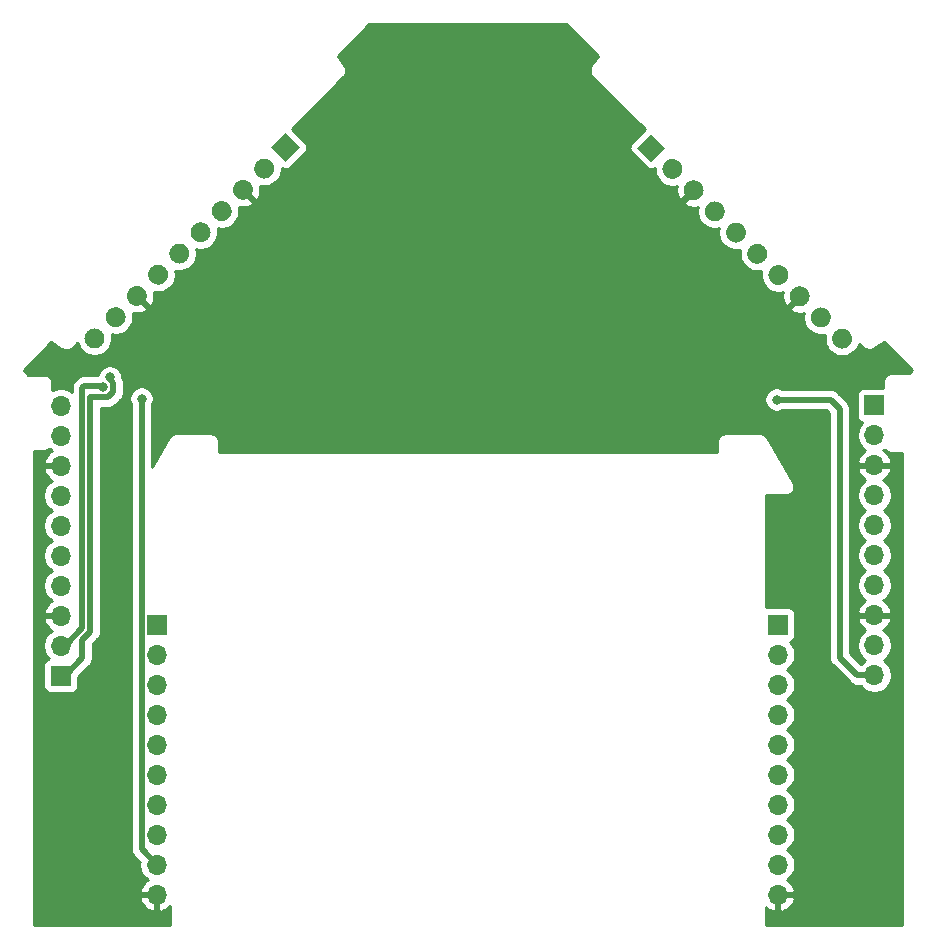
<source format=gbr>
%TF.GenerationSoftware,KiCad,Pcbnew,(5.1.8)-1*%
%TF.CreationDate,2021-12-10T09:03:27+01:00*%
%TF.ProjectId,FirePlaceFrontwall,46697265-506c-4616-9365-46726f6e7477,rev?*%
%TF.SameCoordinates,Original*%
%TF.FileFunction,Copper,L2,Bot*%
%TF.FilePolarity,Positive*%
%FSLAX46Y46*%
G04 Gerber Fmt 4.6, Leading zero omitted, Abs format (unit mm)*
G04 Created by KiCad (PCBNEW (5.1.8)-1) date 2021-12-10 09:03:27*
%MOMM*%
%LPD*%
G01*
G04 APERTURE LIST*
%TA.AperFunction,ComponentPad*%
%ADD10C,0.100000*%
%TD*%
%TA.AperFunction,ComponentPad*%
%ADD11O,1.700000X1.700000*%
%TD*%
%TA.AperFunction,ComponentPad*%
%ADD12R,1.700000X1.700000*%
%TD*%
%TA.AperFunction,ViaPad*%
%ADD13C,0.800000*%
%TD*%
%TA.AperFunction,Conductor*%
%ADD14C,0.500000*%
%TD*%
%TA.AperFunction,Conductor*%
%ADD15C,0.254000*%
%TD*%
%TA.AperFunction,Conductor*%
%ADD16C,0.100000*%
%TD*%
G04 APERTURE END LIST*
%TO.P,K4,10*%
%TO.N,RUN*%
%TA.AperFunction,ComponentPad*%
G36*
G01*
X91194559Y-43450841D02*
X91194559Y-43450841D01*
G75*
G02*
X91194559Y-42248759I601041J601041D01*
G01*
X91194559Y-42248759D01*
G75*
G02*
X92396641Y-42248759I601041J-601041D01*
G01*
X92396641Y-42248759D01*
G75*
G02*
X92396641Y-43450841I-601041J-601041D01*
G01*
X92396641Y-43450841D01*
G75*
G02*
X91194559Y-43450841I-601041J601041D01*
G01*
G37*
%TD.AperFunction*%
%TO.P,K4,9*%
%TO.N,GPIO22*%
%TA.AperFunction,ComponentPad*%
G36*
G01*
X89398508Y-41654790D02*
X89398508Y-41654790D01*
G75*
G02*
X89398508Y-40452708I601041J601041D01*
G01*
X89398508Y-40452708D01*
G75*
G02*
X90600590Y-40452708I601041J-601041D01*
G01*
X90600590Y-40452708D01*
G75*
G02*
X90600590Y-41654790I-601041J-601041D01*
G01*
X90600590Y-41654790D01*
G75*
G02*
X89398508Y-41654790I-601041J601041D01*
G01*
G37*
%TD.AperFunction*%
%TO.P,K4,8*%
%TO.N,AGND*%
%TA.AperFunction,ComponentPad*%
G36*
G01*
X87602457Y-39858739D02*
X87602457Y-39858739D01*
G75*
G02*
X87602457Y-38656657I601041J601041D01*
G01*
X87602457Y-38656657D01*
G75*
G02*
X88804539Y-38656657I601041J-601041D01*
G01*
X88804539Y-38656657D01*
G75*
G02*
X88804539Y-39858739I-601041J-601041D01*
G01*
X88804539Y-39858739D01*
G75*
G02*
X87602457Y-39858739I-601041J601041D01*
G01*
G37*
%TD.AperFunction*%
%TO.P,K4,7*%
%TO.N,GPIO21*%
%TA.AperFunction,ComponentPad*%
G36*
G01*
X85806405Y-38062687D02*
X85806405Y-38062687D01*
G75*
G02*
X85806405Y-36860605I601041J601041D01*
G01*
X85806405Y-36860605D01*
G75*
G02*
X87008487Y-36860605I601041J-601041D01*
G01*
X87008487Y-36860605D01*
G75*
G02*
X87008487Y-38062687I-601041J-601041D01*
G01*
X87008487Y-38062687D01*
G75*
G02*
X85806405Y-38062687I-601041J601041D01*
G01*
G37*
%TD.AperFunction*%
%TO.P,K4,6*%
%TO.N,GPIO20*%
%TA.AperFunction,ComponentPad*%
G36*
G01*
X84010354Y-36266636D02*
X84010354Y-36266636D01*
G75*
G02*
X84010354Y-35064554I601041J601041D01*
G01*
X84010354Y-35064554D01*
G75*
G02*
X85212436Y-35064554I601041J-601041D01*
G01*
X85212436Y-35064554D01*
G75*
G02*
X85212436Y-36266636I-601041J-601041D01*
G01*
X85212436Y-36266636D01*
G75*
G02*
X84010354Y-36266636I-601041J601041D01*
G01*
G37*
%TD.AperFunction*%
%TO.P,K4,5*%
%TO.N,GPIO19*%
%TA.AperFunction,ComponentPad*%
G36*
G01*
X82214303Y-34470585D02*
X82214303Y-34470585D01*
G75*
G02*
X82214303Y-33268503I601041J601041D01*
G01*
X82214303Y-33268503D01*
G75*
G02*
X83416385Y-33268503I601041J-601041D01*
G01*
X83416385Y-33268503D01*
G75*
G02*
X83416385Y-34470585I-601041J-601041D01*
G01*
X83416385Y-34470585D01*
G75*
G02*
X82214303Y-34470585I-601041J601041D01*
G01*
G37*
%TD.AperFunction*%
%TO.P,K4,4*%
%TO.N,GPIO18*%
%TA.AperFunction,ComponentPad*%
G36*
G01*
X80418252Y-32674534D02*
X80418252Y-32674534D01*
G75*
G02*
X80418252Y-31472452I601041J601041D01*
G01*
X80418252Y-31472452D01*
G75*
G02*
X81620334Y-31472452I601041J-601041D01*
G01*
X81620334Y-31472452D01*
G75*
G02*
X81620334Y-32674534I-601041J-601041D01*
G01*
X81620334Y-32674534D01*
G75*
G02*
X80418252Y-32674534I-601041J601041D01*
G01*
G37*
%TD.AperFunction*%
%TO.P,K4,3*%
%TO.N,AGND*%
%TA.AperFunction,ComponentPad*%
G36*
G01*
X78622200Y-30878482D02*
X78622200Y-30878482D01*
G75*
G02*
X78622200Y-29676400I601041J601041D01*
G01*
X78622200Y-29676400D01*
G75*
G02*
X79824282Y-29676400I601041J-601041D01*
G01*
X79824282Y-29676400D01*
G75*
G02*
X79824282Y-30878482I-601041J-601041D01*
G01*
X79824282Y-30878482D01*
G75*
G02*
X78622200Y-30878482I-601041J601041D01*
G01*
G37*
%TD.AperFunction*%
%TO.P,K4,2*%
%TO.N,GPIO17*%
%TA.AperFunction,ComponentPad*%
G36*
G01*
X76826149Y-29082431D02*
X76826149Y-29082431D01*
G75*
G02*
X76826149Y-27880349I601041J601041D01*
G01*
X76826149Y-27880349D01*
G75*
G02*
X78028231Y-27880349I601041J-601041D01*
G01*
X78028231Y-27880349D01*
G75*
G02*
X78028231Y-29082431I-601041J-601041D01*
G01*
X78028231Y-29082431D01*
G75*
G02*
X76826149Y-29082431I-601041J601041D01*
G01*
G37*
%TD.AperFunction*%
%TA.AperFunction,ComponentPad*%
D10*
%TO.P,K4,1*%
%TO.N,GPIO16*%
G36*
X75631139Y-27887421D02*
G01*
X74429057Y-26685339D01*
X75631139Y-25483257D01*
X76833221Y-26685339D01*
X75631139Y-27887421D01*
G37*
%TD.AperFunction*%
%TD*%
D11*
%TO.P,K3,10*%
%TO.N,VBUS*%
X94538800Y-71348600D03*
%TO.P,K3,9*%
%TO.N,VSYS*%
X94538800Y-68808600D03*
%TO.P,K3,8*%
%TO.N,AGND*%
X94538800Y-66268600D03*
%TO.P,K3,7*%
%TO.N,3V3_EN*%
X94538800Y-63728600D03*
%TO.P,K3,6*%
%TO.N,3V3*%
X94538800Y-61188600D03*
%TO.P,K3,5*%
%TO.N,ADC_REF*%
X94538800Y-58648600D03*
%TO.P,K3,4*%
%TO.N,GPIO28_ADC2*%
X94538800Y-56108600D03*
%TO.P,K3,3*%
%TO.N,AGND*%
X94538800Y-53568600D03*
%TO.P,K3,2*%
%TO.N,GPIO27_ADC1*%
X94538800Y-51028600D03*
D12*
%TO.P,K3,1*%
%TO.N,GPIO26_ADC0*%
X94538800Y-48488600D03*
%TD*%
%TO.P,K2,10*%
%TO.N,C1*%
%TA.AperFunction,ComponentPad*%
G36*
G01*
X27897759Y-42223359D02*
X27897759Y-42223359D01*
G75*
G02*
X29099841Y-42223359I601041J-601041D01*
G01*
X29099841Y-42223359D01*
G75*
G02*
X29099841Y-43425441I-601041J-601041D01*
G01*
X29099841Y-43425441D01*
G75*
G02*
X27897759Y-43425441I-601041J601041D01*
G01*
X27897759Y-43425441D01*
G75*
G02*
X27897759Y-42223359I601041J601041D01*
G01*
G37*
%TD.AperFunction*%
%TO.P,K2,9*%
%TO.N,C0*%
%TA.AperFunction,ComponentPad*%
G36*
G01*
X29693810Y-40427308D02*
X29693810Y-40427308D01*
G75*
G02*
X30895892Y-40427308I601041J-601041D01*
G01*
X30895892Y-40427308D01*
G75*
G02*
X30895892Y-41629390I-601041J-601041D01*
G01*
X30895892Y-41629390D01*
G75*
G02*
X29693810Y-41629390I-601041J601041D01*
G01*
X29693810Y-41629390D01*
G75*
G02*
X29693810Y-40427308I601041J601041D01*
G01*
G37*
%TD.AperFunction*%
%TO.P,K2,8*%
%TO.N,AGND*%
%TA.AperFunction,ComponentPad*%
G36*
G01*
X31489861Y-38631257D02*
X31489861Y-38631257D01*
G75*
G02*
X32691943Y-38631257I601041J-601041D01*
G01*
X32691943Y-38631257D01*
G75*
G02*
X32691943Y-39833339I-601041J-601041D01*
G01*
X32691943Y-39833339D01*
G75*
G02*
X31489861Y-39833339I-601041J601041D01*
G01*
X31489861Y-39833339D01*
G75*
G02*
X31489861Y-38631257I601041J601041D01*
G01*
G37*
%TD.AperFunction*%
%TO.P,K2,7*%
%TO.N,GPIO13*%
%TA.AperFunction,ComponentPad*%
G36*
G01*
X33285913Y-36835205D02*
X33285913Y-36835205D01*
G75*
G02*
X34487995Y-36835205I601041J-601041D01*
G01*
X34487995Y-36835205D01*
G75*
G02*
X34487995Y-38037287I-601041J-601041D01*
G01*
X34487995Y-38037287D01*
G75*
G02*
X33285913Y-38037287I-601041J601041D01*
G01*
X33285913Y-38037287D01*
G75*
G02*
X33285913Y-36835205I601041J601041D01*
G01*
G37*
%TD.AperFunction*%
%TO.P,K2,6*%
%TO.N,GPIO12*%
%TA.AperFunction,ComponentPad*%
G36*
G01*
X35081964Y-35039154D02*
X35081964Y-35039154D01*
G75*
G02*
X36284046Y-35039154I601041J-601041D01*
G01*
X36284046Y-35039154D01*
G75*
G02*
X36284046Y-36241236I-601041J-601041D01*
G01*
X36284046Y-36241236D01*
G75*
G02*
X35081964Y-36241236I-601041J601041D01*
G01*
X35081964Y-36241236D01*
G75*
G02*
X35081964Y-35039154I601041J601041D01*
G01*
G37*
%TD.AperFunction*%
%TO.P,K2,5*%
%TO.N,GPIO11*%
%TA.AperFunction,ComponentPad*%
G36*
G01*
X36878015Y-33243103D02*
X36878015Y-33243103D01*
G75*
G02*
X38080097Y-33243103I601041J-601041D01*
G01*
X38080097Y-33243103D01*
G75*
G02*
X38080097Y-34445185I-601041J-601041D01*
G01*
X38080097Y-34445185D01*
G75*
G02*
X36878015Y-34445185I-601041J601041D01*
G01*
X36878015Y-34445185D01*
G75*
G02*
X36878015Y-33243103I601041J601041D01*
G01*
G37*
%TD.AperFunction*%
%TO.P,K2,4*%
%TO.N,GPIO10*%
%TA.AperFunction,ComponentPad*%
G36*
G01*
X38674066Y-31447052D02*
X38674066Y-31447052D01*
G75*
G02*
X39876148Y-31447052I601041J-601041D01*
G01*
X39876148Y-31447052D01*
G75*
G02*
X39876148Y-32649134I-601041J-601041D01*
G01*
X39876148Y-32649134D01*
G75*
G02*
X38674066Y-32649134I-601041J601041D01*
G01*
X38674066Y-32649134D01*
G75*
G02*
X38674066Y-31447052I601041J601041D01*
G01*
G37*
%TD.AperFunction*%
%TO.P,K2,3*%
%TO.N,AGND*%
%TA.AperFunction,ComponentPad*%
G36*
G01*
X40470118Y-29651000D02*
X40470118Y-29651000D01*
G75*
G02*
X41672200Y-29651000I601041J-601041D01*
G01*
X41672200Y-29651000D01*
G75*
G02*
X41672200Y-30853082I-601041J-601041D01*
G01*
X41672200Y-30853082D01*
G75*
G02*
X40470118Y-30853082I-601041J601041D01*
G01*
X40470118Y-30853082D01*
G75*
G02*
X40470118Y-29651000I601041J601041D01*
G01*
G37*
%TD.AperFunction*%
%TO.P,K2,2*%
%TO.N,GPIO9*%
%TA.AperFunction,ComponentPad*%
G36*
G01*
X42266169Y-27854949D02*
X42266169Y-27854949D01*
G75*
G02*
X43468251Y-27854949I601041J-601041D01*
G01*
X43468251Y-27854949D01*
G75*
G02*
X43468251Y-29057031I-601041J-601041D01*
G01*
X43468251Y-29057031D01*
G75*
G02*
X42266169Y-29057031I-601041J601041D01*
G01*
X42266169Y-29057031D01*
G75*
G02*
X42266169Y-27854949I601041J601041D01*
G01*
G37*
%TD.AperFunction*%
%TA.AperFunction,ComponentPad*%
D10*
%TO.P,K2,1*%
%TO.N,GPIO8*%
G36*
X43461179Y-26659939D02*
G01*
X44663261Y-25457857D01*
X45865343Y-26659939D01*
X44663261Y-27862021D01*
X43461179Y-26659939D01*
G37*
%TD.AperFunction*%
%TD*%
D11*
%TO.P,K1,10*%
%TO.N,C2*%
X25654000Y-48515000D03*
%TO.P,K1,9*%
%TO.N,C3*%
X25654000Y-51055000D03*
%TO.P,K1,8*%
%TO.N,AGND*%
X25654000Y-53595000D03*
%TO.P,K1,7*%
%TO.N,C4*%
X25654000Y-56135000D03*
%TO.P,K1,6*%
%TO.N,C5*%
X25654000Y-58675000D03*
%TO.P,K1,5*%
%TO.N,C6*%
X25654000Y-61215000D03*
%TO.P,K1,4*%
%TO.N,C7*%
X25654000Y-63755000D03*
%TO.P,K1,3*%
%TO.N,AGND*%
X25654000Y-66295000D03*
%TO.P,K1,2*%
%TO.N,GPIO1*%
X25654000Y-68835000D03*
D12*
%TO.P,K1,1*%
%TO.N,GPIO0*%
X25654000Y-71375000D03*
%TD*%
D11*
%TO.P,K6,10*%
%TO.N,AGND*%
X86360000Y-89916000D03*
%TO.P,K6,9*%
%TO.N,VBUS*%
X86360000Y-87376000D03*
%TO.P,K6,8*%
%TO.N,GPIO21*%
X86360000Y-84836000D03*
%TO.P,K6,7*%
%TO.N,GPIO20*%
X86360000Y-82296000D03*
%TO.P,K6,6*%
%TO.N,GPIO19*%
X86360000Y-79756000D03*
%TO.P,K6,5*%
%TO.N,GPIO18*%
X86360000Y-77216000D03*
%TO.P,K6,4*%
%TO.N,GPIO17*%
X86360000Y-74676000D03*
%TO.P,K6,3*%
%TO.N,GPIO16*%
X86360000Y-72136000D03*
%TO.P,K6,2*%
%TO.N,GPIO0*%
X86360000Y-69596000D03*
D12*
%TO.P,K6,1*%
%TO.N,GPIO1*%
X86360000Y-67056000D03*
%TD*%
D11*
%TO.P,K5,10*%
%TO.N,AGND*%
X33782000Y-89916000D03*
%TO.P,K5,9*%
%TO.N,VBUS*%
X33782000Y-87376000D03*
%TO.P,K5,8*%
%TO.N,C7*%
X33782000Y-84836000D03*
%TO.P,K5,7*%
%TO.N,C6*%
X33782000Y-82296000D03*
%TO.P,K5,6*%
%TO.N,C5*%
X33782000Y-79756000D03*
%TO.P,K5,5*%
%TO.N,C4*%
X33782000Y-77216000D03*
%TO.P,K5,4*%
%TO.N,C3*%
X33782000Y-74676000D03*
%TO.P,K5,3*%
%TO.N,C2*%
X33782000Y-72136000D03*
%TO.P,K5,2*%
%TO.N,C1*%
X33782000Y-69596000D03*
D12*
%TO.P,K5,1*%
%TO.N,C0*%
X33782000Y-67056000D03*
%TD*%
D13*
%TO.N,AGND*%
X39522400Y-52070000D03*
X41910000Y-52070000D03*
X43180000Y-52070000D03*
X44450000Y-52070000D03*
X45720000Y-52070000D03*
X46990000Y-52070000D03*
X40640000Y-52070000D03*
X48260000Y-52070000D03*
X49530000Y-52070000D03*
X50800000Y-52070000D03*
X52070000Y-52070000D03*
X53340000Y-52070000D03*
X54610000Y-52070000D03*
X55880000Y-52070000D03*
X57150000Y-52070000D03*
X58420000Y-52070000D03*
X59690000Y-52070000D03*
X60960000Y-52070000D03*
X62230000Y-52070000D03*
X63500000Y-52070000D03*
X64770000Y-52070000D03*
X66040000Y-52070000D03*
X67310000Y-52070000D03*
X68580000Y-52070000D03*
X69850000Y-52070000D03*
X71120000Y-52070000D03*
X72390000Y-52070000D03*
X73660000Y-52070000D03*
X74930000Y-52070000D03*
X76200000Y-52070000D03*
X77470000Y-52070000D03*
X78740000Y-52070000D03*
X80010000Y-52070000D03*
%TO.N,VBUS*%
X32486600Y-47929800D03*
X86258400Y-48006000D03*
%TO.N,GPIO1*%
X29236010Y-46976400D03*
%TO.N,GPIO0*%
X29806900Y-46126400D03*
%TD*%
D14*
%TO.N,VBUS*%
X32481999Y-47934401D02*
X32486600Y-47929800D01*
X32481999Y-86075999D02*
X32481999Y-47934401D01*
X33782000Y-87376000D02*
X32481999Y-86075999D01*
X93091000Y-71348600D02*
X94538800Y-71348600D01*
X91592400Y-69850000D02*
X93091000Y-71348600D01*
X91592400Y-48768000D02*
X91592400Y-69850000D01*
X90830400Y-48006000D02*
X91592400Y-48768000D01*
X86258400Y-48006000D02*
X90830400Y-48006000D01*
%TO.N,GPIO1*%
X27449301Y-47007301D02*
X27630192Y-46826410D01*
X27449301Y-67368899D02*
X27449301Y-47007301D01*
X26149300Y-68668900D02*
X27449301Y-67368899D01*
X29086020Y-46826410D02*
X29236010Y-46976400D01*
X27630192Y-46826410D02*
X29086020Y-46826410D01*
%TO.N,GPIO0*%
X28149311Y-67658852D02*
X27449301Y-68358862D01*
X29642212Y-47828200D02*
X28149311Y-47828200D01*
X30086011Y-47384401D02*
X29642212Y-47828200D01*
X28149311Y-47828200D02*
X28149311Y-67658852D01*
X30086011Y-46568399D02*
X30086011Y-47384401D01*
X29806900Y-46289288D02*
X30086011Y-46568399D01*
X27449301Y-69908899D02*
X26149300Y-71208900D01*
X27449301Y-68358862D02*
X27449301Y-69908899D01*
X29806900Y-46126400D02*
X29806900Y-46289288D01*
%TD*%
D15*
%TO.N,AGND*%
X71127929Y-18883212D02*
X70559094Y-19698032D01*
X70531314Y-19731881D01*
X70500728Y-19789103D01*
X70468974Y-19845701D01*
X70466630Y-19852895D01*
X70463064Y-19859567D01*
X70444224Y-19921674D01*
X70424127Y-19983362D01*
X70423232Y-19990872D01*
X70421035Y-19998115D01*
X70414673Y-20062714D01*
X70406998Y-20127128D01*
X70407586Y-20134670D01*
X70406844Y-20142200D01*
X70413206Y-20206800D01*
X70418246Y-20271471D01*
X70420293Y-20278751D01*
X70421035Y-20286285D01*
X70439873Y-20348384D01*
X70457437Y-20410848D01*
X70460868Y-20417595D01*
X70463064Y-20424833D01*
X70493649Y-20482053D01*
X70523068Y-20539901D01*
X70527747Y-20545846D01*
X70531314Y-20552519D01*
X70572475Y-20602674D01*
X70612613Y-20653671D01*
X70645893Y-20682139D01*
X75087890Y-25124136D01*
X73977872Y-26234154D01*
X73898520Y-26330845D01*
X73839555Y-26441159D01*
X73803245Y-26560857D01*
X73790985Y-26685339D01*
X73803245Y-26809821D01*
X73839555Y-26929519D01*
X73898520Y-27039833D01*
X73977872Y-27136524D01*
X75179954Y-28338606D01*
X75276645Y-28417958D01*
X75386959Y-28476923D01*
X75506657Y-28513233D01*
X75631139Y-28525493D01*
X75755621Y-28513233D01*
X75875319Y-28476923D01*
X75942190Y-28441179D01*
X75942190Y-28627650D01*
X75999258Y-28914548D01*
X76111200Y-29184801D01*
X76273715Y-29428022D01*
X76480558Y-29634865D01*
X76723779Y-29797380D01*
X76994032Y-29909322D01*
X77280930Y-29966390D01*
X77573450Y-29966390D01*
X77788329Y-29923648D01*
X77754910Y-30055535D01*
X77739832Y-30346256D01*
X77781761Y-30634333D01*
X77879085Y-30908694D01*
X77951604Y-31044359D01*
X78199948Y-31121129D01*
X79043636Y-30277441D01*
X79029494Y-30263299D01*
X79209099Y-30083694D01*
X79223241Y-30097836D01*
X79237384Y-30083694D01*
X79416989Y-30263299D01*
X79402846Y-30277441D01*
X79416989Y-30291584D01*
X79237384Y-30471189D01*
X79223241Y-30457046D01*
X78379553Y-31300734D01*
X78456323Y-31549078D01*
X78591988Y-31621597D01*
X78866349Y-31718921D01*
X79154426Y-31760850D01*
X79445147Y-31745772D01*
X79577036Y-31712352D01*
X79534293Y-31927233D01*
X79534293Y-32219753D01*
X79591361Y-32506651D01*
X79703303Y-32776904D01*
X79865818Y-33020125D01*
X80072661Y-33226968D01*
X80315882Y-33389483D01*
X80586135Y-33501425D01*
X80873033Y-33558493D01*
X81165553Y-33558493D01*
X81371262Y-33517575D01*
X81330344Y-33723284D01*
X81330344Y-34015804D01*
X81387412Y-34302702D01*
X81499354Y-34572955D01*
X81661869Y-34816176D01*
X81868712Y-35023019D01*
X82111933Y-35185534D01*
X82382186Y-35297476D01*
X82669084Y-35354544D01*
X82961604Y-35354544D01*
X83167313Y-35313626D01*
X83126395Y-35519335D01*
X83126395Y-35811855D01*
X83183463Y-36098753D01*
X83295405Y-36369006D01*
X83457920Y-36612227D01*
X83664763Y-36819070D01*
X83907984Y-36981585D01*
X84178237Y-37093527D01*
X84465135Y-37150595D01*
X84757655Y-37150595D01*
X84963364Y-37109677D01*
X84922446Y-37315386D01*
X84922446Y-37607906D01*
X84979514Y-37894804D01*
X85091456Y-38165057D01*
X85253971Y-38408278D01*
X85460814Y-38615121D01*
X85704035Y-38777636D01*
X85974288Y-38889578D01*
X86261186Y-38946646D01*
X86553706Y-38946646D01*
X86768587Y-38903903D01*
X86735167Y-39035792D01*
X86720089Y-39326513D01*
X86762018Y-39614590D01*
X86859342Y-39888951D01*
X86931861Y-40024616D01*
X87180205Y-40101386D01*
X88023893Y-39257698D01*
X88009751Y-39243556D01*
X88189356Y-39063951D01*
X88203498Y-39078093D01*
X88217641Y-39063951D01*
X88397246Y-39243556D01*
X88383103Y-39257698D01*
X88397246Y-39271841D01*
X88217641Y-39451446D01*
X88203498Y-39437303D01*
X87359810Y-40280991D01*
X87436580Y-40529335D01*
X87572245Y-40601854D01*
X87846606Y-40699178D01*
X88134683Y-40741107D01*
X88425404Y-40726029D01*
X88557291Y-40692610D01*
X88514549Y-40907489D01*
X88514549Y-41200009D01*
X88571617Y-41486907D01*
X88683559Y-41757160D01*
X88846074Y-42000381D01*
X89052917Y-42207224D01*
X89296138Y-42369739D01*
X89566391Y-42481681D01*
X89853289Y-42538749D01*
X90145809Y-42538749D01*
X90351518Y-42497831D01*
X90310600Y-42703540D01*
X90310600Y-42996060D01*
X90367668Y-43282958D01*
X90479610Y-43553211D01*
X90642125Y-43796432D01*
X90848968Y-44003275D01*
X91092189Y-44165790D01*
X91362442Y-44277732D01*
X91649340Y-44334800D01*
X91941860Y-44334800D01*
X92228758Y-44277732D01*
X92499011Y-44165790D01*
X92742232Y-44003275D01*
X92949075Y-43796432D01*
X93111590Y-43553211D01*
X93223532Y-43282958D01*
X93227378Y-43263625D01*
X93540649Y-43576896D01*
X93568048Y-43609181D01*
X93619976Y-43650382D01*
X93671279Y-43692486D01*
X93676677Y-43695371D01*
X93681466Y-43699171D01*
X93740456Y-43729462D01*
X93798966Y-43760736D01*
X93804819Y-43762511D01*
X93810261Y-43765306D01*
X93874031Y-43783507D01*
X93937514Y-43802765D01*
X93943604Y-43803365D01*
X93949484Y-43805043D01*
X94015598Y-43810455D01*
X94081599Y-43816955D01*
X94087683Y-43816356D01*
X94093782Y-43816855D01*
X94159669Y-43809266D01*
X94225684Y-43802765D01*
X94231540Y-43800989D01*
X94237614Y-43800289D01*
X94300750Y-43779994D01*
X94364233Y-43760736D01*
X94369627Y-43757853D01*
X94375450Y-43755981D01*
X94433441Y-43723743D01*
X94491919Y-43692486D01*
X94524652Y-43665623D01*
X95317379Y-43116812D01*
X97696240Y-45486827D01*
X97450608Y-45731760D01*
X96050819Y-45731760D01*
X96014890Y-45728204D01*
X95978610Y-45731760D01*
X95978435Y-45731760D01*
X95942476Y-45735302D01*
X95870799Y-45742327D01*
X95870632Y-45742378D01*
X95870455Y-45742395D01*
X95800609Y-45763582D01*
X95732232Y-45784289D01*
X95732078Y-45784371D01*
X95731907Y-45784423D01*
X95667728Y-45818727D01*
X95604512Y-45852478D01*
X95604376Y-45852590D01*
X95604220Y-45852673D01*
X95547905Y-45898890D01*
X95492551Y-45944274D01*
X95492441Y-45944408D01*
X95492302Y-45944522D01*
X95445749Y-46001247D01*
X95400648Y-46056149D01*
X95400566Y-46056302D01*
X95400453Y-46056440D01*
X95365932Y-46121025D01*
X95332338Y-46183803D01*
X95332288Y-46183969D01*
X95332203Y-46184127D01*
X95310892Y-46254379D01*
X95290244Y-46322331D01*
X95290227Y-46322504D01*
X95290175Y-46322675D01*
X95283061Y-46394909D01*
X95279558Y-46430306D01*
X95279558Y-46430473D01*
X95275984Y-46466760D01*
X95279524Y-46502699D01*
X95279287Y-47000528D01*
X93688800Y-47000528D01*
X93564318Y-47012788D01*
X93444620Y-47049098D01*
X93334306Y-47108063D01*
X93237615Y-47187415D01*
X93158263Y-47284106D01*
X93099298Y-47394420D01*
X93062988Y-47514118D01*
X93050728Y-47638600D01*
X93050728Y-49338600D01*
X93062988Y-49463082D01*
X93099298Y-49582780D01*
X93158263Y-49693094D01*
X93237615Y-49789785D01*
X93334306Y-49869137D01*
X93444620Y-49928102D01*
X93517180Y-49950113D01*
X93385325Y-50081968D01*
X93222810Y-50325189D01*
X93110868Y-50595442D01*
X93053800Y-50882340D01*
X93053800Y-51174860D01*
X93110868Y-51461758D01*
X93222810Y-51732011D01*
X93385325Y-51975232D01*
X93592168Y-52182075D01*
X93774334Y-52303795D01*
X93657445Y-52373422D01*
X93441212Y-52568331D01*
X93267159Y-52801680D01*
X93141975Y-53064501D01*
X93097324Y-53211710D01*
X93218645Y-53441600D01*
X94411800Y-53441600D01*
X94411800Y-53421600D01*
X94665800Y-53421600D01*
X94665800Y-53441600D01*
X95858955Y-53441600D01*
X95980276Y-53211710D01*
X95935625Y-53064501D01*
X95810441Y-52801680D01*
X95636388Y-52568331D01*
X95420155Y-52373422D01*
X95303266Y-52303795D01*
X95405457Y-52235512D01*
X95445171Y-52283903D01*
X95489515Y-52337989D01*
X95489646Y-52338097D01*
X95489762Y-52338238D01*
X95546987Y-52385202D01*
X95601389Y-52429892D01*
X95601542Y-52429974D01*
X95601680Y-52430087D01*
X95666715Y-52464849D01*
X95729044Y-52498202D01*
X95729207Y-52498252D01*
X95729367Y-52498337D01*
X95800203Y-52519825D01*
X95867572Y-52540296D01*
X95867743Y-52540313D01*
X95867915Y-52540365D01*
X95941440Y-52547607D01*
X96011650Y-52554555D01*
X96047923Y-52551000D01*
X96872100Y-52551000D01*
X96870999Y-91654084D01*
X96871001Y-91654104D01*
X96871000Y-92483000D01*
X85341000Y-92483000D01*
X85341000Y-91618131D01*
X85341466Y-90987527D01*
X85478645Y-91111178D01*
X85728748Y-91260157D01*
X86003109Y-91357481D01*
X86233000Y-91236814D01*
X86233000Y-90043000D01*
X86487000Y-90043000D01*
X86487000Y-91236814D01*
X86716891Y-91357481D01*
X86991252Y-91260157D01*
X87241355Y-91111178D01*
X87457588Y-90916269D01*
X87631641Y-90682920D01*
X87756825Y-90420099D01*
X87801476Y-90272890D01*
X87680155Y-90043000D01*
X86487000Y-90043000D01*
X86233000Y-90043000D01*
X86213000Y-90043000D01*
X86213000Y-89789000D01*
X86233000Y-89789000D01*
X86233000Y-89769000D01*
X86487000Y-89769000D01*
X86487000Y-89789000D01*
X87680155Y-89789000D01*
X87801476Y-89559110D01*
X87756825Y-89411901D01*
X87631641Y-89149080D01*
X87457588Y-88915731D01*
X87241355Y-88720822D01*
X87124466Y-88651195D01*
X87306632Y-88529475D01*
X87513475Y-88322632D01*
X87675990Y-88079411D01*
X87787932Y-87809158D01*
X87845000Y-87522260D01*
X87845000Y-87229740D01*
X87787932Y-86942842D01*
X87675990Y-86672589D01*
X87513475Y-86429368D01*
X87306632Y-86222525D01*
X87132240Y-86106000D01*
X87306632Y-85989475D01*
X87513475Y-85782632D01*
X87675990Y-85539411D01*
X87787932Y-85269158D01*
X87845000Y-84982260D01*
X87845000Y-84689740D01*
X87787932Y-84402842D01*
X87675990Y-84132589D01*
X87513475Y-83889368D01*
X87306632Y-83682525D01*
X87132240Y-83566000D01*
X87306632Y-83449475D01*
X87513475Y-83242632D01*
X87675990Y-82999411D01*
X87787932Y-82729158D01*
X87845000Y-82442260D01*
X87845000Y-82149740D01*
X87787932Y-81862842D01*
X87675990Y-81592589D01*
X87513475Y-81349368D01*
X87306632Y-81142525D01*
X87132240Y-81026000D01*
X87306632Y-80909475D01*
X87513475Y-80702632D01*
X87675990Y-80459411D01*
X87787932Y-80189158D01*
X87845000Y-79902260D01*
X87845000Y-79609740D01*
X87787932Y-79322842D01*
X87675990Y-79052589D01*
X87513475Y-78809368D01*
X87306632Y-78602525D01*
X87132240Y-78486000D01*
X87306632Y-78369475D01*
X87513475Y-78162632D01*
X87675990Y-77919411D01*
X87787932Y-77649158D01*
X87845000Y-77362260D01*
X87845000Y-77069740D01*
X87787932Y-76782842D01*
X87675990Y-76512589D01*
X87513475Y-76269368D01*
X87306632Y-76062525D01*
X87132240Y-75946000D01*
X87306632Y-75829475D01*
X87513475Y-75622632D01*
X87675990Y-75379411D01*
X87787932Y-75109158D01*
X87845000Y-74822260D01*
X87845000Y-74529740D01*
X87787932Y-74242842D01*
X87675990Y-73972589D01*
X87513475Y-73729368D01*
X87306632Y-73522525D01*
X87132240Y-73406000D01*
X87306632Y-73289475D01*
X87513475Y-73082632D01*
X87675990Y-72839411D01*
X87787932Y-72569158D01*
X87845000Y-72282260D01*
X87845000Y-71989740D01*
X87787932Y-71702842D01*
X87675990Y-71432589D01*
X87513475Y-71189368D01*
X87306632Y-70982525D01*
X87132240Y-70866000D01*
X87306632Y-70749475D01*
X87513475Y-70542632D01*
X87675990Y-70299411D01*
X87787932Y-70029158D01*
X87845000Y-69742260D01*
X87845000Y-69449740D01*
X87787932Y-69162842D01*
X87675990Y-68892589D01*
X87513475Y-68649368D01*
X87381620Y-68517513D01*
X87454180Y-68495502D01*
X87564494Y-68436537D01*
X87661185Y-68357185D01*
X87740537Y-68260494D01*
X87799502Y-68150180D01*
X87835812Y-68030482D01*
X87848072Y-67906000D01*
X87848072Y-66206000D01*
X87835812Y-66081518D01*
X87799502Y-65961820D01*
X87740537Y-65851506D01*
X87661185Y-65754815D01*
X87564494Y-65675463D01*
X87454180Y-65616498D01*
X87334482Y-65580188D01*
X87210000Y-65567928D01*
X85510000Y-65567928D01*
X85385518Y-65580188D01*
X85360246Y-65587854D01*
X85367256Y-56107000D01*
X86962709Y-56107000D01*
X86977225Y-56109293D01*
X87034977Y-56107000D01*
X87056505Y-56107000D01*
X87071045Y-56105568D01*
X87121894Y-56103549D01*
X87142941Y-56098487D01*
X87164485Y-56096365D01*
X87213185Y-56081592D01*
X87262662Y-56069692D01*
X87282317Y-56060621D01*
X87303033Y-56054337D01*
X87347916Y-56030346D01*
X87394120Y-56009023D01*
X87411626Y-55996293D01*
X87430720Y-55986087D01*
X87470066Y-55953797D01*
X87511216Y-55923873D01*
X87525901Y-55907974D01*
X87542638Y-55894238D01*
X87574928Y-55854893D01*
X87609450Y-55817516D01*
X87620751Y-55799057D01*
X87634487Y-55782320D01*
X87658480Y-55737432D01*
X87685048Y-55694037D01*
X87692531Y-55673726D01*
X87702737Y-55654633D01*
X87717511Y-55605928D01*
X87735103Y-55558183D01*
X87738480Y-55536803D01*
X87744765Y-55516085D01*
X87749753Y-55465437D01*
X87757693Y-55415174D01*
X87756834Y-55393543D01*
X87758956Y-55372000D01*
X87753968Y-55321355D01*
X87751949Y-55270505D01*
X87746887Y-55249457D01*
X87744765Y-55227915D01*
X87729993Y-55179219D01*
X87718092Y-55129737D01*
X87709021Y-55110081D01*
X87702737Y-55089367D01*
X87678746Y-55044483D01*
X87672625Y-55031220D01*
X87661735Y-55012657D01*
X87634487Y-54961680D01*
X87625163Y-54950318D01*
X85426537Y-51202662D01*
X85399287Y-51151680D01*
X85366996Y-51112334D01*
X85337073Y-51071184D01*
X85321174Y-51056499D01*
X85307438Y-51039762D01*
X85268093Y-51007472D01*
X85230716Y-50972950D01*
X85212257Y-50961649D01*
X85195520Y-50947913D01*
X85150632Y-50923920D01*
X85107237Y-50897352D01*
X85086926Y-50889869D01*
X85067833Y-50879663D01*
X85019128Y-50864889D01*
X84971383Y-50847297D01*
X84950003Y-50843920D01*
X84929285Y-50837635D01*
X84878637Y-50832647D01*
X84828374Y-50824707D01*
X84770623Y-50827000D01*
X82001905Y-50827000D01*
X81965800Y-50823444D01*
X81929695Y-50827000D01*
X81821715Y-50837635D01*
X81683167Y-50879663D01*
X81555480Y-50947913D01*
X81443562Y-51039762D01*
X81351713Y-51151680D01*
X81283463Y-51279367D01*
X81241435Y-51417915D01*
X81227244Y-51562000D01*
X81230800Y-51598105D01*
X81230801Y-52478000D01*
X39012800Y-52478000D01*
X39012800Y-51598105D01*
X39016356Y-51562000D01*
X39002165Y-51417915D01*
X38960137Y-51279367D01*
X38891887Y-51151680D01*
X38800038Y-51039762D01*
X38688120Y-50947913D01*
X38560433Y-50879663D01*
X38421885Y-50837635D01*
X38313905Y-50827000D01*
X38277800Y-50823444D01*
X38241695Y-50827000D01*
X35472977Y-50827000D01*
X35415225Y-50824707D01*
X35364960Y-50832647D01*
X35314315Y-50837635D01*
X35293598Y-50843919D01*
X35272216Y-50847297D01*
X35224466Y-50864890D01*
X35175767Y-50879663D01*
X35156676Y-50889867D01*
X35136362Y-50897352D01*
X35092960Y-50923924D01*
X35048080Y-50947913D01*
X35031346Y-50961646D01*
X35012883Y-50972950D01*
X34975498Y-51007479D01*
X34936162Y-51039762D01*
X34922429Y-51056495D01*
X34906526Y-51071184D01*
X34876595Y-51112345D01*
X34844313Y-51151680D01*
X34817073Y-51202643D01*
X33366999Y-53674361D01*
X33366999Y-48475140D01*
X33403805Y-48420056D01*
X33481826Y-48231698D01*
X33521600Y-48031739D01*
X33521600Y-47904061D01*
X85223400Y-47904061D01*
X85223400Y-48107939D01*
X85263174Y-48307898D01*
X85341195Y-48496256D01*
X85454463Y-48665774D01*
X85598626Y-48809937D01*
X85768144Y-48923205D01*
X85956502Y-49001226D01*
X86156461Y-49041000D01*
X86360339Y-49041000D01*
X86560298Y-49001226D01*
X86748656Y-48923205D01*
X86796854Y-48891000D01*
X90463822Y-48891000D01*
X90707400Y-49134579D01*
X90707401Y-69806521D01*
X90703119Y-69850000D01*
X90720205Y-70023490D01*
X90770812Y-70190313D01*
X90852990Y-70344059D01*
X90935868Y-70445046D01*
X90935871Y-70445049D01*
X90963584Y-70478817D01*
X90997351Y-70506529D01*
X92434470Y-71943649D01*
X92462183Y-71977417D01*
X92495951Y-72005130D01*
X92495953Y-72005132D01*
X92553075Y-72052011D01*
X92596941Y-72088011D01*
X92750687Y-72170189D01*
X92917510Y-72220795D01*
X93047523Y-72233600D01*
X93047533Y-72233600D01*
X93090999Y-72237881D01*
X93134465Y-72233600D01*
X93344144Y-72233600D01*
X93385325Y-72295232D01*
X93592168Y-72502075D01*
X93835389Y-72664590D01*
X94105642Y-72776532D01*
X94392540Y-72833600D01*
X94685060Y-72833600D01*
X94971958Y-72776532D01*
X95242211Y-72664590D01*
X95485432Y-72502075D01*
X95692275Y-72295232D01*
X95854790Y-72052011D01*
X95966732Y-71781758D01*
X96023800Y-71494860D01*
X96023800Y-71202340D01*
X95966732Y-70915442D01*
X95854790Y-70645189D01*
X95692275Y-70401968D01*
X95485432Y-70195125D01*
X95311040Y-70078600D01*
X95485432Y-69962075D01*
X95692275Y-69755232D01*
X95854790Y-69512011D01*
X95966732Y-69241758D01*
X96023800Y-68954860D01*
X96023800Y-68662340D01*
X95966732Y-68375442D01*
X95854790Y-68105189D01*
X95692275Y-67861968D01*
X95485432Y-67655125D01*
X95303266Y-67533405D01*
X95420155Y-67463778D01*
X95636388Y-67268869D01*
X95810441Y-67035520D01*
X95935625Y-66772699D01*
X95980276Y-66625490D01*
X95858955Y-66395600D01*
X94665800Y-66395600D01*
X94665800Y-66415600D01*
X94411800Y-66415600D01*
X94411800Y-66395600D01*
X93218645Y-66395600D01*
X93097324Y-66625490D01*
X93141975Y-66772699D01*
X93267159Y-67035520D01*
X93441212Y-67268869D01*
X93657445Y-67463778D01*
X93774334Y-67533405D01*
X93592168Y-67655125D01*
X93385325Y-67861968D01*
X93222810Y-68105189D01*
X93110868Y-68375442D01*
X93053800Y-68662340D01*
X93053800Y-68954860D01*
X93110868Y-69241758D01*
X93222810Y-69512011D01*
X93385325Y-69755232D01*
X93592168Y-69962075D01*
X93766560Y-70078600D01*
X93592168Y-70195125D01*
X93390636Y-70396657D01*
X92477400Y-69483422D01*
X92477400Y-55962340D01*
X93053800Y-55962340D01*
X93053800Y-56254860D01*
X93110868Y-56541758D01*
X93222810Y-56812011D01*
X93385325Y-57055232D01*
X93592168Y-57262075D01*
X93766560Y-57378600D01*
X93592168Y-57495125D01*
X93385325Y-57701968D01*
X93222810Y-57945189D01*
X93110868Y-58215442D01*
X93053800Y-58502340D01*
X93053800Y-58794860D01*
X93110868Y-59081758D01*
X93222810Y-59352011D01*
X93385325Y-59595232D01*
X93592168Y-59802075D01*
X93766560Y-59918600D01*
X93592168Y-60035125D01*
X93385325Y-60241968D01*
X93222810Y-60485189D01*
X93110868Y-60755442D01*
X93053800Y-61042340D01*
X93053800Y-61334860D01*
X93110868Y-61621758D01*
X93222810Y-61892011D01*
X93385325Y-62135232D01*
X93592168Y-62342075D01*
X93766560Y-62458600D01*
X93592168Y-62575125D01*
X93385325Y-62781968D01*
X93222810Y-63025189D01*
X93110868Y-63295442D01*
X93053800Y-63582340D01*
X93053800Y-63874860D01*
X93110868Y-64161758D01*
X93222810Y-64432011D01*
X93385325Y-64675232D01*
X93592168Y-64882075D01*
X93774334Y-65003795D01*
X93657445Y-65073422D01*
X93441212Y-65268331D01*
X93267159Y-65501680D01*
X93141975Y-65764501D01*
X93097324Y-65911710D01*
X93218645Y-66141600D01*
X94411800Y-66141600D01*
X94411800Y-66121600D01*
X94665800Y-66121600D01*
X94665800Y-66141600D01*
X95858955Y-66141600D01*
X95980276Y-65911710D01*
X95935625Y-65764501D01*
X95810441Y-65501680D01*
X95636388Y-65268331D01*
X95420155Y-65073422D01*
X95303266Y-65003795D01*
X95485432Y-64882075D01*
X95692275Y-64675232D01*
X95854790Y-64432011D01*
X95966732Y-64161758D01*
X96023800Y-63874860D01*
X96023800Y-63582340D01*
X95966732Y-63295442D01*
X95854790Y-63025189D01*
X95692275Y-62781968D01*
X95485432Y-62575125D01*
X95311040Y-62458600D01*
X95485432Y-62342075D01*
X95692275Y-62135232D01*
X95854790Y-61892011D01*
X95966732Y-61621758D01*
X96023800Y-61334860D01*
X96023800Y-61042340D01*
X95966732Y-60755442D01*
X95854790Y-60485189D01*
X95692275Y-60241968D01*
X95485432Y-60035125D01*
X95311040Y-59918600D01*
X95485432Y-59802075D01*
X95692275Y-59595232D01*
X95854790Y-59352011D01*
X95966732Y-59081758D01*
X96023800Y-58794860D01*
X96023800Y-58502340D01*
X95966732Y-58215442D01*
X95854790Y-57945189D01*
X95692275Y-57701968D01*
X95485432Y-57495125D01*
X95311040Y-57378600D01*
X95485432Y-57262075D01*
X95692275Y-57055232D01*
X95854790Y-56812011D01*
X95966732Y-56541758D01*
X96023800Y-56254860D01*
X96023800Y-55962340D01*
X95966732Y-55675442D01*
X95854790Y-55405189D01*
X95692275Y-55161968D01*
X95485432Y-54955125D01*
X95303266Y-54833405D01*
X95420155Y-54763778D01*
X95636388Y-54568869D01*
X95810441Y-54335520D01*
X95935625Y-54072699D01*
X95980276Y-53925490D01*
X95858955Y-53695600D01*
X94665800Y-53695600D01*
X94665800Y-53715600D01*
X94411800Y-53715600D01*
X94411800Y-53695600D01*
X93218645Y-53695600D01*
X93097324Y-53925490D01*
X93141975Y-54072699D01*
X93267159Y-54335520D01*
X93441212Y-54568869D01*
X93657445Y-54763778D01*
X93774334Y-54833405D01*
X93592168Y-54955125D01*
X93385325Y-55161968D01*
X93222810Y-55405189D01*
X93110868Y-55675442D01*
X93053800Y-55962340D01*
X92477400Y-55962340D01*
X92477400Y-48811469D01*
X92481681Y-48768000D01*
X92477400Y-48724531D01*
X92477400Y-48724523D01*
X92464595Y-48594510D01*
X92413989Y-48427687D01*
X92331811Y-48273941D01*
X92276045Y-48205990D01*
X92248932Y-48172953D01*
X92248930Y-48172951D01*
X92221217Y-48139183D01*
X92187450Y-48111471D01*
X91486934Y-47410956D01*
X91459217Y-47377183D01*
X91324459Y-47266589D01*
X91170713Y-47184411D01*
X91003890Y-47133805D01*
X90873877Y-47121000D01*
X90873869Y-47121000D01*
X90830400Y-47116719D01*
X90786931Y-47121000D01*
X86796854Y-47121000D01*
X86748656Y-47088795D01*
X86560298Y-47010774D01*
X86360339Y-46971000D01*
X86156461Y-46971000D01*
X85956502Y-47010774D01*
X85768144Y-47088795D01*
X85598626Y-47202063D01*
X85454463Y-47346226D01*
X85341195Y-47515744D01*
X85263174Y-47704102D01*
X85223400Y-47904061D01*
X33521600Y-47904061D01*
X33521600Y-47827861D01*
X33481826Y-47627902D01*
X33403805Y-47439544D01*
X33290537Y-47270026D01*
X33146374Y-47125863D01*
X32976856Y-47012595D01*
X32788498Y-46934574D01*
X32588539Y-46894800D01*
X32384661Y-46894800D01*
X32184702Y-46934574D01*
X31996344Y-47012595D01*
X31826826Y-47125863D01*
X31682663Y-47270026D01*
X31569395Y-47439544D01*
X31491374Y-47627902D01*
X31451600Y-47827861D01*
X31451600Y-48031739D01*
X31491374Y-48231698D01*
X31569395Y-48420056D01*
X31597000Y-48461370D01*
X31596999Y-86032530D01*
X31592718Y-86075999D01*
X31596999Y-86119468D01*
X31596999Y-86119475D01*
X31607148Y-86222525D01*
X31609804Y-86249489D01*
X31625156Y-86300095D01*
X31660410Y-86416311D01*
X31742588Y-86570057D01*
X31853182Y-86704816D01*
X31886955Y-86732533D01*
X32311461Y-87157039D01*
X32297000Y-87229740D01*
X32297000Y-87522260D01*
X32354068Y-87809158D01*
X32466010Y-88079411D01*
X32628525Y-88322632D01*
X32835368Y-88529475D01*
X33017534Y-88651195D01*
X32900645Y-88720822D01*
X32684412Y-88915731D01*
X32510359Y-89149080D01*
X32385175Y-89411901D01*
X32340524Y-89559110D01*
X32461845Y-89789000D01*
X33655000Y-89789000D01*
X33655000Y-89769000D01*
X33909000Y-89769000D01*
X33909000Y-89789000D01*
X33929000Y-89789000D01*
X33929000Y-90043000D01*
X33909000Y-90043000D01*
X33909000Y-91236814D01*
X34138891Y-91357481D01*
X34413252Y-91260157D01*
X34663355Y-91111178D01*
X34871093Y-90923927D01*
X34871006Y-91581840D01*
X34871000Y-91581896D01*
X34871000Y-91623610D01*
X34870996Y-91654007D01*
X34871000Y-91654048D01*
X34871001Y-92483000D01*
X23341000Y-92483000D01*
X23341000Y-90272890D01*
X32340524Y-90272890D01*
X32385175Y-90420099D01*
X32510359Y-90682920D01*
X32684412Y-90916269D01*
X32900645Y-91111178D01*
X33150748Y-91260157D01*
X33425109Y-91357481D01*
X33655000Y-91236814D01*
X33655000Y-90043000D01*
X32461845Y-90043000D01*
X32340524Y-90272890D01*
X23341000Y-90272890D01*
X23341000Y-52353000D01*
X24169895Y-52353000D01*
X24206000Y-52356556D01*
X24242105Y-52353000D01*
X24350085Y-52342365D01*
X24488633Y-52300337D01*
X24616320Y-52232087D01*
X24679296Y-52180403D01*
X24707368Y-52208475D01*
X24889534Y-52330195D01*
X24772645Y-52399822D01*
X24556412Y-52594731D01*
X24382359Y-52828080D01*
X24257175Y-53090901D01*
X24212524Y-53238110D01*
X24333845Y-53468000D01*
X25527000Y-53468000D01*
X25527000Y-53448000D01*
X25781000Y-53448000D01*
X25781000Y-53468000D01*
X25801000Y-53468000D01*
X25801000Y-53722000D01*
X25781000Y-53722000D01*
X25781000Y-53742000D01*
X25527000Y-53742000D01*
X25527000Y-53722000D01*
X24333845Y-53722000D01*
X24212524Y-53951890D01*
X24257175Y-54099099D01*
X24382359Y-54361920D01*
X24556412Y-54595269D01*
X24772645Y-54790178D01*
X24889534Y-54859805D01*
X24707368Y-54981525D01*
X24500525Y-55188368D01*
X24338010Y-55431589D01*
X24226068Y-55701842D01*
X24169000Y-55988740D01*
X24169000Y-56281260D01*
X24226068Y-56568158D01*
X24338010Y-56838411D01*
X24500525Y-57081632D01*
X24707368Y-57288475D01*
X24881760Y-57405000D01*
X24707368Y-57521525D01*
X24500525Y-57728368D01*
X24338010Y-57971589D01*
X24226068Y-58241842D01*
X24169000Y-58528740D01*
X24169000Y-58821260D01*
X24226068Y-59108158D01*
X24338010Y-59378411D01*
X24500525Y-59621632D01*
X24707368Y-59828475D01*
X24881760Y-59945000D01*
X24707368Y-60061525D01*
X24500525Y-60268368D01*
X24338010Y-60511589D01*
X24226068Y-60781842D01*
X24169000Y-61068740D01*
X24169000Y-61361260D01*
X24226068Y-61648158D01*
X24338010Y-61918411D01*
X24500525Y-62161632D01*
X24707368Y-62368475D01*
X24881760Y-62485000D01*
X24707368Y-62601525D01*
X24500525Y-62808368D01*
X24338010Y-63051589D01*
X24226068Y-63321842D01*
X24169000Y-63608740D01*
X24169000Y-63901260D01*
X24226068Y-64188158D01*
X24338010Y-64458411D01*
X24500525Y-64701632D01*
X24707368Y-64908475D01*
X24889534Y-65030195D01*
X24772645Y-65099822D01*
X24556412Y-65294731D01*
X24382359Y-65528080D01*
X24257175Y-65790901D01*
X24212524Y-65938110D01*
X24333845Y-66168000D01*
X25527000Y-66168000D01*
X25527000Y-66148000D01*
X25781000Y-66148000D01*
X25781000Y-66168000D01*
X25801000Y-66168000D01*
X25801000Y-66422000D01*
X25781000Y-66422000D01*
X25781000Y-66442000D01*
X25527000Y-66442000D01*
X25527000Y-66422000D01*
X24333845Y-66422000D01*
X24212524Y-66651890D01*
X24257175Y-66799099D01*
X24382359Y-67061920D01*
X24556412Y-67295269D01*
X24772645Y-67490178D01*
X24889534Y-67559805D01*
X24707368Y-67681525D01*
X24500525Y-67888368D01*
X24338010Y-68131589D01*
X24226068Y-68401842D01*
X24169000Y-68688740D01*
X24169000Y-68981260D01*
X24226068Y-69268158D01*
X24338010Y-69538411D01*
X24500525Y-69781632D01*
X24632380Y-69913487D01*
X24559820Y-69935498D01*
X24449506Y-69994463D01*
X24352815Y-70073815D01*
X24273463Y-70170506D01*
X24214498Y-70280820D01*
X24178188Y-70400518D01*
X24165928Y-70525000D01*
X24165928Y-72225000D01*
X24178188Y-72349482D01*
X24214498Y-72469180D01*
X24273463Y-72579494D01*
X24352815Y-72676185D01*
X24449506Y-72755537D01*
X24559820Y-72814502D01*
X24679518Y-72850812D01*
X24804000Y-72863072D01*
X26504000Y-72863072D01*
X26628482Y-72850812D01*
X26748180Y-72814502D01*
X26858494Y-72755537D01*
X26955185Y-72676185D01*
X27034537Y-72579494D01*
X27093502Y-72469180D01*
X27129812Y-72349482D01*
X27142072Y-72225000D01*
X27142072Y-71467706D01*
X28044350Y-70565429D01*
X28078118Y-70537716D01*
X28188712Y-70402958D01*
X28270890Y-70249212D01*
X28321496Y-70082389D01*
X28334301Y-69952376D01*
X28334301Y-69952366D01*
X28338582Y-69908900D01*
X28334301Y-69865433D01*
X28334301Y-68725440D01*
X28744360Y-68315382D01*
X28778128Y-68287669D01*
X28816352Y-68241094D01*
X28888722Y-68152911D01*
X28970900Y-67999166D01*
X29021506Y-67832342D01*
X29031581Y-67730045D01*
X29034311Y-67702329D01*
X29034311Y-67702321D01*
X29038592Y-67658852D01*
X29034311Y-67615383D01*
X29034311Y-48713200D01*
X29598743Y-48713200D01*
X29642212Y-48717481D01*
X29685681Y-48713200D01*
X29685689Y-48713200D01*
X29815702Y-48700395D01*
X29982525Y-48649789D01*
X30136271Y-48567611D01*
X30271029Y-48457017D01*
X30298746Y-48423244D01*
X30681055Y-48040935D01*
X30714828Y-48013218D01*
X30825422Y-47878460D01*
X30890712Y-47756310D01*
X30907600Y-47724715D01*
X30958206Y-47557891D01*
X30962517Y-47514118D01*
X30971011Y-47427878D01*
X30971011Y-47427870D01*
X30975292Y-47384401D01*
X30971011Y-47340932D01*
X30971011Y-46611868D01*
X30975292Y-46568399D01*
X30971011Y-46524930D01*
X30971011Y-46524922D01*
X30958206Y-46394909D01*
X30907600Y-46228086D01*
X30841900Y-46105169D01*
X30841900Y-46024461D01*
X30802126Y-45824502D01*
X30724105Y-45636144D01*
X30610837Y-45466626D01*
X30466674Y-45322463D01*
X30297156Y-45209195D01*
X30108798Y-45131174D01*
X29908839Y-45091400D01*
X29704961Y-45091400D01*
X29505002Y-45131174D01*
X29316644Y-45209195D01*
X29147126Y-45322463D01*
X29002963Y-45466626D01*
X28889695Y-45636144D01*
X28811674Y-45824502D01*
X28788420Y-45941410D01*
X27673661Y-45941410D01*
X27630192Y-45937129D01*
X27586723Y-45941410D01*
X27586715Y-45941410D01*
X27456702Y-45954215D01*
X27289879Y-46004821D01*
X27136133Y-46086999D01*
X27001375Y-46197593D01*
X26973658Y-46231366D01*
X26854253Y-46350771D01*
X26820485Y-46378484D01*
X26792772Y-46412252D01*
X26792769Y-46412255D01*
X26709891Y-46513242D01*
X26627713Y-46666988D01*
X26577106Y-46833811D01*
X26560020Y-47007301D01*
X26564302Y-47050780D01*
X26564302Y-47337250D01*
X26357411Y-47199010D01*
X26087158Y-47087068D01*
X25800260Y-47030000D01*
X25507740Y-47030000D01*
X25220842Y-47087068D01*
X24950589Y-47199010D01*
X24941000Y-47205417D01*
X24941000Y-46654105D01*
X24944556Y-46618000D01*
X24930365Y-46473915D01*
X24888337Y-46335367D01*
X24820087Y-46207680D01*
X24728238Y-46095762D01*
X24616320Y-46003913D01*
X24488633Y-45935663D01*
X24350085Y-45893635D01*
X24242105Y-45883000D01*
X24206000Y-45879444D01*
X24169895Y-45883000D01*
X22910453Y-45883000D01*
X22513931Y-45486468D01*
X24850135Y-43149020D01*
X25670884Y-43705957D01*
X25701050Y-43730700D01*
X25762464Y-43763504D01*
X25823695Y-43796798D01*
X25826329Y-43797618D01*
X25828756Y-43798914D01*
X25895327Y-43819088D01*
X25961939Y-43839816D01*
X25964683Y-43840106D01*
X25967316Y-43840904D01*
X26036607Y-43847710D01*
X26105919Y-43855037D01*
X26108662Y-43854787D01*
X26111404Y-43855056D01*
X26180777Y-43848204D01*
X26250102Y-43841876D01*
X26252741Y-43841096D01*
X26255485Y-43840825D01*
X26322154Y-43820581D01*
X26388947Y-43800840D01*
X26391387Y-43799558D01*
X26394022Y-43798758D01*
X26455415Y-43765921D01*
X26517118Y-43733505D01*
X26519261Y-43731771D01*
X26521689Y-43730473D01*
X26575471Y-43686310D01*
X26629690Y-43642459D01*
X26654660Y-43612473D01*
X27060661Y-43206247D01*
X27070868Y-43257558D01*
X27182810Y-43527811D01*
X27345325Y-43771032D01*
X27552168Y-43977875D01*
X27795389Y-44140390D01*
X28065642Y-44252332D01*
X28352540Y-44309400D01*
X28645060Y-44309400D01*
X28931958Y-44252332D01*
X29202211Y-44140390D01*
X29445432Y-43977875D01*
X29652275Y-43771032D01*
X29814790Y-43527811D01*
X29926732Y-43257558D01*
X29983800Y-42970660D01*
X29983800Y-42678140D01*
X29942882Y-42472431D01*
X30148591Y-42513349D01*
X30441111Y-42513349D01*
X30728009Y-42456281D01*
X30998262Y-42344339D01*
X31241483Y-42181824D01*
X31448326Y-41974981D01*
X31610841Y-41731760D01*
X31722783Y-41461507D01*
X31779851Y-41174609D01*
X31779851Y-40882089D01*
X31737109Y-40667210D01*
X31868996Y-40700629D01*
X32159717Y-40715707D01*
X32447794Y-40673778D01*
X32722155Y-40576454D01*
X32857820Y-40503935D01*
X32934590Y-40255591D01*
X32090902Y-39411903D01*
X32076760Y-39426046D01*
X31897155Y-39246441D01*
X31911297Y-39232298D01*
X31897155Y-39218156D01*
X32076760Y-39038551D01*
X32090902Y-39052693D01*
X32105045Y-39038551D01*
X32284650Y-39218156D01*
X32270507Y-39232298D01*
X33114195Y-40075986D01*
X33362539Y-39999216D01*
X33435058Y-39863551D01*
X33532382Y-39589190D01*
X33574311Y-39301113D01*
X33559233Y-39010392D01*
X33525813Y-38878503D01*
X33740694Y-38921246D01*
X34033214Y-38921246D01*
X34320112Y-38864178D01*
X34590365Y-38752236D01*
X34833586Y-38589721D01*
X35040429Y-38382878D01*
X35202944Y-38139657D01*
X35314886Y-37869404D01*
X35371954Y-37582506D01*
X35371954Y-37289986D01*
X35331036Y-37084277D01*
X35536745Y-37125195D01*
X35829265Y-37125195D01*
X36116163Y-37068127D01*
X36386416Y-36956185D01*
X36629637Y-36793670D01*
X36836480Y-36586827D01*
X36998995Y-36343606D01*
X37110937Y-36073353D01*
X37168005Y-35786455D01*
X37168005Y-35493935D01*
X37127087Y-35288226D01*
X37332796Y-35329144D01*
X37625316Y-35329144D01*
X37912214Y-35272076D01*
X38182467Y-35160134D01*
X38425688Y-34997619D01*
X38632531Y-34790776D01*
X38795046Y-34547555D01*
X38906988Y-34277302D01*
X38964056Y-33990404D01*
X38964056Y-33697884D01*
X38923138Y-33492175D01*
X39128847Y-33533093D01*
X39421367Y-33533093D01*
X39708265Y-33476025D01*
X39978518Y-33364083D01*
X40221739Y-33201568D01*
X40428582Y-32994725D01*
X40591097Y-32751504D01*
X40703039Y-32481251D01*
X40760107Y-32194353D01*
X40760107Y-31901833D01*
X40717364Y-31686952D01*
X40849253Y-31720372D01*
X41139974Y-31735450D01*
X41428051Y-31693521D01*
X41702412Y-31596197D01*
X41838077Y-31523678D01*
X41914847Y-31275334D01*
X41071159Y-30431646D01*
X41057017Y-30445789D01*
X40877412Y-30266184D01*
X40891554Y-30252041D01*
X40877412Y-30237899D01*
X41057017Y-30058294D01*
X41071159Y-30072436D01*
X41085302Y-30058294D01*
X41264907Y-30237899D01*
X41250764Y-30252041D01*
X42094452Y-31095729D01*
X42342796Y-31018959D01*
X42415315Y-30883294D01*
X42512639Y-30608933D01*
X42554568Y-30320856D01*
X42539490Y-30030135D01*
X42506071Y-29898248D01*
X42720950Y-29940990D01*
X43013470Y-29940990D01*
X43300368Y-29883922D01*
X43570621Y-29771980D01*
X43813842Y-29609465D01*
X44020685Y-29402622D01*
X44183200Y-29159401D01*
X44295142Y-28889148D01*
X44352210Y-28602250D01*
X44352210Y-28415779D01*
X44419081Y-28451523D01*
X44538779Y-28487833D01*
X44663261Y-28500093D01*
X44787743Y-28487833D01*
X44907441Y-28451523D01*
X45017755Y-28392558D01*
X45114446Y-28313206D01*
X46316528Y-27111124D01*
X46395880Y-27014433D01*
X46454845Y-26904119D01*
X46491155Y-26784421D01*
X46503415Y-26659939D01*
X46491155Y-26535457D01*
X46454845Y-26415759D01*
X46395880Y-26305445D01*
X46316528Y-26208754D01*
X45182327Y-25074553D01*
X49559188Y-20695271D01*
X49591896Y-20667401D01*
X49632597Y-20615894D01*
X49674300Y-20565051D01*
X49677483Y-20559093D01*
X49681661Y-20553805D01*
X49711537Y-20495339D01*
X49742514Y-20437345D01*
X49744471Y-20430887D01*
X49747541Y-20424879D01*
X49765453Y-20361651D01*
X49784504Y-20298785D01*
X49785163Y-20292074D01*
X49787003Y-20285579D01*
X49792238Y-20220040D01*
X49798655Y-20154696D01*
X49797992Y-20147987D01*
X49798530Y-20141256D01*
X49790881Y-20075982D01*
X49784425Y-20010615D01*
X49782464Y-20004158D01*
X49781679Y-19997457D01*
X49761443Y-19934931D01*
X49742358Y-19872078D01*
X49739178Y-19866132D01*
X49737099Y-19859709D01*
X49705045Y-19802318D01*
X49674073Y-19744411D01*
X49646802Y-19711200D01*
X49087708Y-18907024D01*
X51778608Y-16221600D01*
X68435435Y-16221600D01*
X71127929Y-18883212D01*
%TA.AperFunction,Conductor*%
D16*
G36*
X71127929Y-18883212D02*
G01*
X70559094Y-19698032D01*
X70531314Y-19731881D01*
X70500728Y-19789103D01*
X70468974Y-19845701D01*
X70466630Y-19852895D01*
X70463064Y-19859567D01*
X70444224Y-19921674D01*
X70424127Y-19983362D01*
X70423232Y-19990872D01*
X70421035Y-19998115D01*
X70414673Y-20062714D01*
X70406998Y-20127128D01*
X70407586Y-20134670D01*
X70406844Y-20142200D01*
X70413206Y-20206800D01*
X70418246Y-20271471D01*
X70420293Y-20278751D01*
X70421035Y-20286285D01*
X70439873Y-20348384D01*
X70457437Y-20410848D01*
X70460868Y-20417595D01*
X70463064Y-20424833D01*
X70493649Y-20482053D01*
X70523068Y-20539901D01*
X70527747Y-20545846D01*
X70531314Y-20552519D01*
X70572475Y-20602674D01*
X70612613Y-20653671D01*
X70645893Y-20682139D01*
X75087890Y-25124136D01*
X73977872Y-26234154D01*
X73898520Y-26330845D01*
X73839555Y-26441159D01*
X73803245Y-26560857D01*
X73790985Y-26685339D01*
X73803245Y-26809821D01*
X73839555Y-26929519D01*
X73898520Y-27039833D01*
X73977872Y-27136524D01*
X75179954Y-28338606D01*
X75276645Y-28417958D01*
X75386959Y-28476923D01*
X75506657Y-28513233D01*
X75631139Y-28525493D01*
X75755621Y-28513233D01*
X75875319Y-28476923D01*
X75942190Y-28441179D01*
X75942190Y-28627650D01*
X75999258Y-28914548D01*
X76111200Y-29184801D01*
X76273715Y-29428022D01*
X76480558Y-29634865D01*
X76723779Y-29797380D01*
X76994032Y-29909322D01*
X77280930Y-29966390D01*
X77573450Y-29966390D01*
X77788329Y-29923648D01*
X77754910Y-30055535D01*
X77739832Y-30346256D01*
X77781761Y-30634333D01*
X77879085Y-30908694D01*
X77951604Y-31044359D01*
X78199948Y-31121129D01*
X79043636Y-30277441D01*
X79029494Y-30263299D01*
X79209099Y-30083694D01*
X79223241Y-30097836D01*
X79237384Y-30083694D01*
X79416989Y-30263299D01*
X79402846Y-30277441D01*
X79416989Y-30291584D01*
X79237384Y-30471189D01*
X79223241Y-30457046D01*
X78379553Y-31300734D01*
X78456323Y-31549078D01*
X78591988Y-31621597D01*
X78866349Y-31718921D01*
X79154426Y-31760850D01*
X79445147Y-31745772D01*
X79577036Y-31712352D01*
X79534293Y-31927233D01*
X79534293Y-32219753D01*
X79591361Y-32506651D01*
X79703303Y-32776904D01*
X79865818Y-33020125D01*
X80072661Y-33226968D01*
X80315882Y-33389483D01*
X80586135Y-33501425D01*
X80873033Y-33558493D01*
X81165553Y-33558493D01*
X81371262Y-33517575D01*
X81330344Y-33723284D01*
X81330344Y-34015804D01*
X81387412Y-34302702D01*
X81499354Y-34572955D01*
X81661869Y-34816176D01*
X81868712Y-35023019D01*
X82111933Y-35185534D01*
X82382186Y-35297476D01*
X82669084Y-35354544D01*
X82961604Y-35354544D01*
X83167313Y-35313626D01*
X83126395Y-35519335D01*
X83126395Y-35811855D01*
X83183463Y-36098753D01*
X83295405Y-36369006D01*
X83457920Y-36612227D01*
X83664763Y-36819070D01*
X83907984Y-36981585D01*
X84178237Y-37093527D01*
X84465135Y-37150595D01*
X84757655Y-37150595D01*
X84963364Y-37109677D01*
X84922446Y-37315386D01*
X84922446Y-37607906D01*
X84979514Y-37894804D01*
X85091456Y-38165057D01*
X85253971Y-38408278D01*
X85460814Y-38615121D01*
X85704035Y-38777636D01*
X85974288Y-38889578D01*
X86261186Y-38946646D01*
X86553706Y-38946646D01*
X86768587Y-38903903D01*
X86735167Y-39035792D01*
X86720089Y-39326513D01*
X86762018Y-39614590D01*
X86859342Y-39888951D01*
X86931861Y-40024616D01*
X87180205Y-40101386D01*
X88023893Y-39257698D01*
X88009751Y-39243556D01*
X88189356Y-39063951D01*
X88203498Y-39078093D01*
X88217641Y-39063951D01*
X88397246Y-39243556D01*
X88383103Y-39257698D01*
X88397246Y-39271841D01*
X88217641Y-39451446D01*
X88203498Y-39437303D01*
X87359810Y-40280991D01*
X87436580Y-40529335D01*
X87572245Y-40601854D01*
X87846606Y-40699178D01*
X88134683Y-40741107D01*
X88425404Y-40726029D01*
X88557291Y-40692610D01*
X88514549Y-40907489D01*
X88514549Y-41200009D01*
X88571617Y-41486907D01*
X88683559Y-41757160D01*
X88846074Y-42000381D01*
X89052917Y-42207224D01*
X89296138Y-42369739D01*
X89566391Y-42481681D01*
X89853289Y-42538749D01*
X90145809Y-42538749D01*
X90351518Y-42497831D01*
X90310600Y-42703540D01*
X90310600Y-42996060D01*
X90367668Y-43282958D01*
X90479610Y-43553211D01*
X90642125Y-43796432D01*
X90848968Y-44003275D01*
X91092189Y-44165790D01*
X91362442Y-44277732D01*
X91649340Y-44334800D01*
X91941860Y-44334800D01*
X92228758Y-44277732D01*
X92499011Y-44165790D01*
X92742232Y-44003275D01*
X92949075Y-43796432D01*
X93111590Y-43553211D01*
X93223532Y-43282958D01*
X93227378Y-43263625D01*
X93540649Y-43576896D01*
X93568048Y-43609181D01*
X93619976Y-43650382D01*
X93671279Y-43692486D01*
X93676677Y-43695371D01*
X93681466Y-43699171D01*
X93740456Y-43729462D01*
X93798966Y-43760736D01*
X93804819Y-43762511D01*
X93810261Y-43765306D01*
X93874031Y-43783507D01*
X93937514Y-43802765D01*
X93943604Y-43803365D01*
X93949484Y-43805043D01*
X94015598Y-43810455D01*
X94081599Y-43816955D01*
X94087683Y-43816356D01*
X94093782Y-43816855D01*
X94159669Y-43809266D01*
X94225684Y-43802765D01*
X94231540Y-43800989D01*
X94237614Y-43800289D01*
X94300750Y-43779994D01*
X94364233Y-43760736D01*
X94369627Y-43757853D01*
X94375450Y-43755981D01*
X94433441Y-43723743D01*
X94491919Y-43692486D01*
X94524652Y-43665623D01*
X95317379Y-43116812D01*
X97696240Y-45486827D01*
X97450608Y-45731760D01*
X96050819Y-45731760D01*
X96014890Y-45728204D01*
X95978610Y-45731760D01*
X95978435Y-45731760D01*
X95942476Y-45735302D01*
X95870799Y-45742327D01*
X95870632Y-45742378D01*
X95870455Y-45742395D01*
X95800609Y-45763582D01*
X95732232Y-45784289D01*
X95732078Y-45784371D01*
X95731907Y-45784423D01*
X95667728Y-45818727D01*
X95604512Y-45852478D01*
X95604376Y-45852590D01*
X95604220Y-45852673D01*
X95547905Y-45898890D01*
X95492551Y-45944274D01*
X95492441Y-45944408D01*
X95492302Y-45944522D01*
X95445749Y-46001247D01*
X95400648Y-46056149D01*
X95400566Y-46056302D01*
X95400453Y-46056440D01*
X95365932Y-46121025D01*
X95332338Y-46183803D01*
X95332288Y-46183969D01*
X95332203Y-46184127D01*
X95310892Y-46254379D01*
X95290244Y-46322331D01*
X95290227Y-46322504D01*
X95290175Y-46322675D01*
X95283061Y-46394909D01*
X95279558Y-46430306D01*
X95279558Y-46430473D01*
X95275984Y-46466760D01*
X95279524Y-46502699D01*
X95279287Y-47000528D01*
X93688800Y-47000528D01*
X93564318Y-47012788D01*
X93444620Y-47049098D01*
X93334306Y-47108063D01*
X93237615Y-47187415D01*
X93158263Y-47284106D01*
X93099298Y-47394420D01*
X93062988Y-47514118D01*
X93050728Y-47638600D01*
X93050728Y-49338600D01*
X93062988Y-49463082D01*
X93099298Y-49582780D01*
X93158263Y-49693094D01*
X93237615Y-49789785D01*
X93334306Y-49869137D01*
X93444620Y-49928102D01*
X93517180Y-49950113D01*
X93385325Y-50081968D01*
X93222810Y-50325189D01*
X93110868Y-50595442D01*
X93053800Y-50882340D01*
X93053800Y-51174860D01*
X93110868Y-51461758D01*
X93222810Y-51732011D01*
X93385325Y-51975232D01*
X93592168Y-52182075D01*
X93774334Y-52303795D01*
X93657445Y-52373422D01*
X93441212Y-52568331D01*
X93267159Y-52801680D01*
X93141975Y-53064501D01*
X93097324Y-53211710D01*
X93218645Y-53441600D01*
X94411800Y-53441600D01*
X94411800Y-53421600D01*
X94665800Y-53421600D01*
X94665800Y-53441600D01*
X95858955Y-53441600D01*
X95980276Y-53211710D01*
X95935625Y-53064501D01*
X95810441Y-52801680D01*
X95636388Y-52568331D01*
X95420155Y-52373422D01*
X95303266Y-52303795D01*
X95405457Y-52235512D01*
X95445171Y-52283903D01*
X95489515Y-52337989D01*
X95489646Y-52338097D01*
X95489762Y-52338238D01*
X95546987Y-52385202D01*
X95601389Y-52429892D01*
X95601542Y-52429974D01*
X95601680Y-52430087D01*
X95666715Y-52464849D01*
X95729044Y-52498202D01*
X95729207Y-52498252D01*
X95729367Y-52498337D01*
X95800203Y-52519825D01*
X95867572Y-52540296D01*
X95867743Y-52540313D01*
X95867915Y-52540365D01*
X95941440Y-52547607D01*
X96011650Y-52554555D01*
X96047923Y-52551000D01*
X96872100Y-52551000D01*
X96870999Y-91654084D01*
X96871001Y-91654104D01*
X96871000Y-92483000D01*
X85341000Y-92483000D01*
X85341000Y-91618131D01*
X85341466Y-90987527D01*
X85478645Y-91111178D01*
X85728748Y-91260157D01*
X86003109Y-91357481D01*
X86233000Y-91236814D01*
X86233000Y-90043000D01*
X86487000Y-90043000D01*
X86487000Y-91236814D01*
X86716891Y-91357481D01*
X86991252Y-91260157D01*
X87241355Y-91111178D01*
X87457588Y-90916269D01*
X87631641Y-90682920D01*
X87756825Y-90420099D01*
X87801476Y-90272890D01*
X87680155Y-90043000D01*
X86487000Y-90043000D01*
X86233000Y-90043000D01*
X86213000Y-90043000D01*
X86213000Y-89789000D01*
X86233000Y-89789000D01*
X86233000Y-89769000D01*
X86487000Y-89769000D01*
X86487000Y-89789000D01*
X87680155Y-89789000D01*
X87801476Y-89559110D01*
X87756825Y-89411901D01*
X87631641Y-89149080D01*
X87457588Y-88915731D01*
X87241355Y-88720822D01*
X87124466Y-88651195D01*
X87306632Y-88529475D01*
X87513475Y-88322632D01*
X87675990Y-88079411D01*
X87787932Y-87809158D01*
X87845000Y-87522260D01*
X87845000Y-87229740D01*
X87787932Y-86942842D01*
X87675990Y-86672589D01*
X87513475Y-86429368D01*
X87306632Y-86222525D01*
X87132240Y-86106000D01*
X87306632Y-85989475D01*
X87513475Y-85782632D01*
X87675990Y-85539411D01*
X87787932Y-85269158D01*
X87845000Y-84982260D01*
X87845000Y-84689740D01*
X87787932Y-84402842D01*
X87675990Y-84132589D01*
X87513475Y-83889368D01*
X87306632Y-83682525D01*
X87132240Y-83566000D01*
X87306632Y-83449475D01*
X87513475Y-83242632D01*
X87675990Y-82999411D01*
X87787932Y-82729158D01*
X87845000Y-82442260D01*
X87845000Y-82149740D01*
X87787932Y-81862842D01*
X87675990Y-81592589D01*
X87513475Y-81349368D01*
X87306632Y-81142525D01*
X87132240Y-81026000D01*
X87306632Y-80909475D01*
X87513475Y-80702632D01*
X87675990Y-80459411D01*
X87787932Y-80189158D01*
X87845000Y-79902260D01*
X87845000Y-79609740D01*
X87787932Y-79322842D01*
X87675990Y-79052589D01*
X87513475Y-78809368D01*
X87306632Y-78602525D01*
X87132240Y-78486000D01*
X87306632Y-78369475D01*
X87513475Y-78162632D01*
X87675990Y-77919411D01*
X87787932Y-77649158D01*
X87845000Y-77362260D01*
X87845000Y-77069740D01*
X87787932Y-76782842D01*
X87675990Y-76512589D01*
X87513475Y-76269368D01*
X87306632Y-76062525D01*
X87132240Y-75946000D01*
X87306632Y-75829475D01*
X87513475Y-75622632D01*
X87675990Y-75379411D01*
X87787932Y-75109158D01*
X87845000Y-74822260D01*
X87845000Y-74529740D01*
X87787932Y-74242842D01*
X87675990Y-73972589D01*
X87513475Y-73729368D01*
X87306632Y-73522525D01*
X87132240Y-73406000D01*
X87306632Y-73289475D01*
X87513475Y-73082632D01*
X87675990Y-72839411D01*
X87787932Y-72569158D01*
X87845000Y-72282260D01*
X87845000Y-71989740D01*
X87787932Y-71702842D01*
X87675990Y-71432589D01*
X87513475Y-71189368D01*
X87306632Y-70982525D01*
X87132240Y-70866000D01*
X87306632Y-70749475D01*
X87513475Y-70542632D01*
X87675990Y-70299411D01*
X87787932Y-70029158D01*
X87845000Y-69742260D01*
X87845000Y-69449740D01*
X87787932Y-69162842D01*
X87675990Y-68892589D01*
X87513475Y-68649368D01*
X87381620Y-68517513D01*
X87454180Y-68495502D01*
X87564494Y-68436537D01*
X87661185Y-68357185D01*
X87740537Y-68260494D01*
X87799502Y-68150180D01*
X87835812Y-68030482D01*
X87848072Y-67906000D01*
X87848072Y-66206000D01*
X87835812Y-66081518D01*
X87799502Y-65961820D01*
X87740537Y-65851506D01*
X87661185Y-65754815D01*
X87564494Y-65675463D01*
X87454180Y-65616498D01*
X87334482Y-65580188D01*
X87210000Y-65567928D01*
X85510000Y-65567928D01*
X85385518Y-65580188D01*
X85360246Y-65587854D01*
X85367256Y-56107000D01*
X86962709Y-56107000D01*
X86977225Y-56109293D01*
X87034977Y-56107000D01*
X87056505Y-56107000D01*
X87071045Y-56105568D01*
X87121894Y-56103549D01*
X87142941Y-56098487D01*
X87164485Y-56096365D01*
X87213185Y-56081592D01*
X87262662Y-56069692D01*
X87282317Y-56060621D01*
X87303033Y-56054337D01*
X87347916Y-56030346D01*
X87394120Y-56009023D01*
X87411626Y-55996293D01*
X87430720Y-55986087D01*
X87470066Y-55953797D01*
X87511216Y-55923873D01*
X87525901Y-55907974D01*
X87542638Y-55894238D01*
X87574928Y-55854893D01*
X87609450Y-55817516D01*
X87620751Y-55799057D01*
X87634487Y-55782320D01*
X87658480Y-55737432D01*
X87685048Y-55694037D01*
X87692531Y-55673726D01*
X87702737Y-55654633D01*
X87717511Y-55605928D01*
X87735103Y-55558183D01*
X87738480Y-55536803D01*
X87744765Y-55516085D01*
X87749753Y-55465437D01*
X87757693Y-55415174D01*
X87756834Y-55393543D01*
X87758956Y-55372000D01*
X87753968Y-55321355D01*
X87751949Y-55270505D01*
X87746887Y-55249457D01*
X87744765Y-55227915D01*
X87729993Y-55179219D01*
X87718092Y-55129737D01*
X87709021Y-55110081D01*
X87702737Y-55089367D01*
X87678746Y-55044483D01*
X87672625Y-55031220D01*
X87661735Y-55012657D01*
X87634487Y-54961680D01*
X87625163Y-54950318D01*
X85426537Y-51202662D01*
X85399287Y-51151680D01*
X85366996Y-51112334D01*
X85337073Y-51071184D01*
X85321174Y-51056499D01*
X85307438Y-51039762D01*
X85268093Y-51007472D01*
X85230716Y-50972950D01*
X85212257Y-50961649D01*
X85195520Y-50947913D01*
X85150632Y-50923920D01*
X85107237Y-50897352D01*
X85086926Y-50889869D01*
X85067833Y-50879663D01*
X85019128Y-50864889D01*
X84971383Y-50847297D01*
X84950003Y-50843920D01*
X84929285Y-50837635D01*
X84878637Y-50832647D01*
X84828374Y-50824707D01*
X84770623Y-50827000D01*
X82001905Y-50827000D01*
X81965800Y-50823444D01*
X81929695Y-50827000D01*
X81821715Y-50837635D01*
X81683167Y-50879663D01*
X81555480Y-50947913D01*
X81443562Y-51039762D01*
X81351713Y-51151680D01*
X81283463Y-51279367D01*
X81241435Y-51417915D01*
X81227244Y-51562000D01*
X81230800Y-51598105D01*
X81230801Y-52478000D01*
X39012800Y-52478000D01*
X39012800Y-51598105D01*
X39016356Y-51562000D01*
X39002165Y-51417915D01*
X38960137Y-51279367D01*
X38891887Y-51151680D01*
X38800038Y-51039762D01*
X38688120Y-50947913D01*
X38560433Y-50879663D01*
X38421885Y-50837635D01*
X38313905Y-50827000D01*
X38277800Y-50823444D01*
X38241695Y-50827000D01*
X35472977Y-50827000D01*
X35415225Y-50824707D01*
X35364960Y-50832647D01*
X35314315Y-50837635D01*
X35293598Y-50843919D01*
X35272216Y-50847297D01*
X35224466Y-50864890D01*
X35175767Y-50879663D01*
X35156676Y-50889867D01*
X35136362Y-50897352D01*
X35092960Y-50923924D01*
X35048080Y-50947913D01*
X35031346Y-50961646D01*
X35012883Y-50972950D01*
X34975498Y-51007479D01*
X34936162Y-51039762D01*
X34922429Y-51056495D01*
X34906526Y-51071184D01*
X34876595Y-51112345D01*
X34844313Y-51151680D01*
X34817073Y-51202643D01*
X33366999Y-53674361D01*
X33366999Y-48475140D01*
X33403805Y-48420056D01*
X33481826Y-48231698D01*
X33521600Y-48031739D01*
X33521600Y-47904061D01*
X85223400Y-47904061D01*
X85223400Y-48107939D01*
X85263174Y-48307898D01*
X85341195Y-48496256D01*
X85454463Y-48665774D01*
X85598626Y-48809937D01*
X85768144Y-48923205D01*
X85956502Y-49001226D01*
X86156461Y-49041000D01*
X86360339Y-49041000D01*
X86560298Y-49001226D01*
X86748656Y-48923205D01*
X86796854Y-48891000D01*
X90463822Y-48891000D01*
X90707400Y-49134579D01*
X90707401Y-69806521D01*
X90703119Y-69850000D01*
X90720205Y-70023490D01*
X90770812Y-70190313D01*
X90852990Y-70344059D01*
X90935868Y-70445046D01*
X90935871Y-70445049D01*
X90963584Y-70478817D01*
X90997351Y-70506529D01*
X92434470Y-71943649D01*
X92462183Y-71977417D01*
X92495951Y-72005130D01*
X92495953Y-72005132D01*
X92553075Y-72052011D01*
X92596941Y-72088011D01*
X92750687Y-72170189D01*
X92917510Y-72220795D01*
X93047523Y-72233600D01*
X93047533Y-72233600D01*
X93090999Y-72237881D01*
X93134465Y-72233600D01*
X93344144Y-72233600D01*
X93385325Y-72295232D01*
X93592168Y-72502075D01*
X93835389Y-72664590D01*
X94105642Y-72776532D01*
X94392540Y-72833600D01*
X94685060Y-72833600D01*
X94971958Y-72776532D01*
X95242211Y-72664590D01*
X95485432Y-72502075D01*
X95692275Y-72295232D01*
X95854790Y-72052011D01*
X95966732Y-71781758D01*
X96023800Y-71494860D01*
X96023800Y-71202340D01*
X95966732Y-70915442D01*
X95854790Y-70645189D01*
X95692275Y-70401968D01*
X95485432Y-70195125D01*
X95311040Y-70078600D01*
X95485432Y-69962075D01*
X95692275Y-69755232D01*
X95854790Y-69512011D01*
X95966732Y-69241758D01*
X96023800Y-68954860D01*
X96023800Y-68662340D01*
X95966732Y-68375442D01*
X95854790Y-68105189D01*
X95692275Y-67861968D01*
X95485432Y-67655125D01*
X95303266Y-67533405D01*
X95420155Y-67463778D01*
X95636388Y-67268869D01*
X95810441Y-67035520D01*
X95935625Y-66772699D01*
X95980276Y-66625490D01*
X95858955Y-66395600D01*
X94665800Y-66395600D01*
X94665800Y-66415600D01*
X94411800Y-66415600D01*
X94411800Y-66395600D01*
X93218645Y-66395600D01*
X93097324Y-66625490D01*
X93141975Y-66772699D01*
X93267159Y-67035520D01*
X93441212Y-67268869D01*
X93657445Y-67463778D01*
X93774334Y-67533405D01*
X93592168Y-67655125D01*
X93385325Y-67861968D01*
X93222810Y-68105189D01*
X93110868Y-68375442D01*
X93053800Y-68662340D01*
X93053800Y-68954860D01*
X93110868Y-69241758D01*
X93222810Y-69512011D01*
X93385325Y-69755232D01*
X93592168Y-69962075D01*
X93766560Y-70078600D01*
X93592168Y-70195125D01*
X93390636Y-70396657D01*
X92477400Y-69483422D01*
X92477400Y-55962340D01*
X93053800Y-55962340D01*
X93053800Y-56254860D01*
X93110868Y-56541758D01*
X93222810Y-56812011D01*
X93385325Y-57055232D01*
X93592168Y-57262075D01*
X93766560Y-57378600D01*
X93592168Y-57495125D01*
X93385325Y-57701968D01*
X93222810Y-57945189D01*
X93110868Y-58215442D01*
X93053800Y-58502340D01*
X93053800Y-58794860D01*
X93110868Y-59081758D01*
X93222810Y-59352011D01*
X93385325Y-59595232D01*
X93592168Y-59802075D01*
X93766560Y-59918600D01*
X93592168Y-60035125D01*
X93385325Y-60241968D01*
X93222810Y-60485189D01*
X93110868Y-60755442D01*
X93053800Y-61042340D01*
X93053800Y-61334860D01*
X93110868Y-61621758D01*
X93222810Y-61892011D01*
X93385325Y-62135232D01*
X93592168Y-62342075D01*
X93766560Y-62458600D01*
X93592168Y-62575125D01*
X93385325Y-62781968D01*
X93222810Y-63025189D01*
X93110868Y-63295442D01*
X93053800Y-63582340D01*
X93053800Y-63874860D01*
X93110868Y-64161758D01*
X93222810Y-64432011D01*
X93385325Y-64675232D01*
X93592168Y-64882075D01*
X93774334Y-65003795D01*
X93657445Y-65073422D01*
X93441212Y-65268331D01*
X93267159Y-65501680D01*
X93141975Y-65764501D01*
X93097324Y-65911710D01*
X93218645Y-66141600D01*
X94411800Y-66141600D01*
X94411800Y-66121600D01*
X94665800Y-66121600D01*
X94665800Y-66141600D01*
X95858955Y-66141600D01*
X95980276Y-65911710D01*
X95935625Y-65764501D01*
X95810441Y-65501680D01*
X95636388Y-65268331D01*
X95420155Y-65073422D01*
X95303266Y-65003795D01*
X95485432Y-64882075D01*
X95692275Y-64675232D01*
X95854790Y-64432011D01*
X95966732Y-64161758D01*
X96023800Y-63874860D01*
X96023800Y-63582340D01*
X95966732Y-63295442D01*
X95854790Y-63025189D01*
X95692275Y-62781968D01*
X95485432Y-62575125D01*
X95311040Y-62458600D01*
X95485432Y-62342075D01*
X95692275Y-62135232D01*
X95854790Y-61892011D01*
X95966732Y-61621758D01*
X96023800Y-61334860D01*
X96023800Y-61042340D01*
X95966732Y-60755442D01*
X95854790Y-60485189D01*
X95692275Y-60241968D01*
X95485432Y-60035125D01*
X95311040Y-59918600D01*
X95485432Y-59802075D01*
X95692275Y-59595232D01*
X95854790Y-59352011D01*
X95966732Y-59081758D01*
X96023800Y-58794860D01*
X96023800Y-58502340D01*
X95966732Y-58215442D01*
X95854790Y-57945189D01*
X95692275Y-57701968D01*
X95485432Y-57495125D01*
X95311040Y-57378600D01*
X95485432Y-57262075D01*
X95692275Y-57055232D01*
X95854790Y-56812011D01*
X95966732Y-56541758D01*
X96023800Y-56254860D01*
X96023800Y-55962340D01*
X95966732Y-55675442D01*
X95854790Y-55405189D01*
X95692275Y-55161968D01*
X95485432Y-54955125D01*
X95303266Y-54833405D01*
X95420155Y-54763778D01*
X95636388Y-54568869D01*
X95810441Y-54335520D01*
X95935625Y-54072699D01*
X95980276Y-53925490D01*
X95858955Y-53695600D01*
X94665800Y-53695600D01*
X94665800Y-53715600D01*
X94411800Y-53715600D01*
X94411800Y-53695600D01*
X93218645Y-53695600D01*
X93097324Y-53925490D01*
X93141975Y-54072699D01*
X93267159Y-54335520D01*
X93441212Y-54568869D01*
X93657445Y-54763778D01*
X93774334Y-54833405D01*
X93592168Y-54955125D01*
X93385325Y-55161968D01*
X93222810Y-55405189D01*
X93110868Y-55675442D01*
X93053800Y-55962340D01*
X92477400Y-55962340D01*
X92477400Y-48811469D01*
X92481681Y-48768000D01*
X92477400Y-48724531D01*
X92477400Y-48724523D01*
X92464595Y-48594510D01*
X92413989Y-48427687D01*
X92331811Y-48273941D01*
X92276045Y-48205990D01*
X92248932Y-48172953D01*
X92248930Y-48172951D01*
X92221217Y-48139183D01*
X92187450Y-48111471D01*
X91486934Y-47410956D01*
X91459217Y-47377183D01*
X91324459Y-47266589D01*
X91170713Y-47184411D01*
X91003890Y-47133805D01*
X90873877Y-47121000D01*
X90873869Y-47121000D01*
X90830400Y-47116719D01*
X90786931Y-47121000D01*
X86796854Y-47121000D01*
X86748656Y-47088795D01*
X86560298Y-47010774D01*
X86360339Y-46971000D01*
X86156461Y-46971000D01*
X85956502Y-47010774D01*
X85768144Y-47088795D01*
X85598626Y-47202063D01*
X85454463Y-47346226D01*
X85341195Y-47515744D01*
X85263174Y-47704102D01*
X85223400Y-47904061D01*
X33521600Y-47904061D01*
X33521600Y-47827861D01*
X33481826Y-47627902D01*
X33403805Y-47439544D01*
X33290537Y-47270026D01*
X33146374Y-47125863D01*
X32976856Y-47012595D01*
X32788498Y-46934574D01*
X32588539Y-46894800D01*
X32384661Y-46894800D01*
X32184702Y-46934574D01*
X31996344Y-47012595D01*
X31826826Y-47125863D01*
X31682663Y-47270026D01*
X31569395Y-47439544D01*
X31491374Y-47627902D01*
X31451600Y-47827861D01*
X31451600Y-48031739D01*
X31491374Y-48231698D01*
X31569395Y-48420056D01*
X31597000Y-48461370D01*
X31596999Y-86032530D01*
X31592718Y-86075999D01*
X31596999Y-86119468D01*
X31596999Y-86119475D01*
X31607148Y-86222525D01*
X31609804Y-86249489D01*
X31625156Y-86300095D01*
X31660410Y-86416311D01*
X31742588Y-86570057D01*
X31853182Y-86704816D01*
X31886955Y-86732533D01*
X32311461Y-87157039D01*
X32297000Y-87229740D01*
X32297000Y-87522260D01*
X32354068Y-87809158D01*
X32466010Y-88079411D01*
X32628525Y-88322632D01*
X32835368Y-88529475D01*
X33017534Y-88651195D01*
X32900645Y-88720822D01*
X32684412Y-88915731D01*
X32510359Y-89149080D01*
X32385175Y-89411901D01*
X32340524Y-89559110D01*
X32461845Y-89789000D01*
X33655000Y-89789000D01*
X33655000Y-89769000D01*
X33909000Y-89769000D01*
X33909000Y-89789000D01*
X33929000Y-89789000D01*
X33929000Y-90043000D01*
X33909000Y-90043000D01*
X33909000Y-91236814D01*
X34138891Y-91357481D01*
X34413252Y-91260157D01*
X34663355Y-91111178D01*
X34871093Y-90923927D01*
X34871006Y-91581840D01*
X34871000Y-91581896D01*
X34871000Y-91623610D01*
X34870996Y-91654007D01*
X34871000Y-91654048D01*
X34871001Y-92483000D01*
X23341000Y-92483000D01*
X23341000Y-90272890D01*
X32340524Y-90272890D01*
X32385175Y-90420099D01*
X32510359Y-90682920D01*
X32684412Y-90916269D01*
X32900645Y-91111178D01*
X33150748Y-91260157D01*
X33425109Y-91357481D01*
X33655000Y-91236814D01*
X33655000Y-90043000D01*
X32461845Y-90043000D01*
X32340524Y-90272890D01*
X23341000Y-90272890D01*
X23341000Y-52353000D01*
X24169895Y-52353000D01*
X24206000Y-52356556D01*
X24242105Y-52353000D01*
X24350085Y-52342365D01*
X24488633Y-52300337D01*
X24616320Y-52232087D01*
X24679296Y-52180403D01*
X24707368Y-52208475D01*
X24889534Y-52330195D01*
X24772645Y-52399822D01*
X24556412Y-52594731D01*
X24382359Y-52828080D01*
X24257175Y-53090901D01*
X24212524Y-53238110D01*
X24333845Y-53468000D01*
X25527000Y-53468000D01*
X25527000Y-53448000D01*
X25781000Y-53448000D01*
X25781000Y-53468000D01*
X25801000Y-53468000D01*
X25801000Y-53722000D01*
X25781000Y-53722000D01*
X25781000Y-53742000D01*
X25527000Y-53742000D01*
X25527000Y-53722000D01*
X24333845Y-53722000D01*
X24212524Y-53951890D01*
X24257175Y-54099099D01*
X24382359Y-54361920D01*
X24556412Y-54595269D01*
X24772645Y-54790178D01*
X24889534Y-54859805D01*
X24707368Y-54981525D01*
X24500525Y-55188368D01*
X24338010Y-55431589D01*
X24226068Y-55701842D01*
X24169000Y-55988740D01*
X24169000Y-56281260D01*
X24226068Y-56568158D01*
X24338010Y-56838411D01*
X24500525Y-57081632D01*
X24707368Y-57288475D01*
X24881760Y-57405000D01*
X24707368Y-57521525D01*
X24500525Y-57728368D01*
X24338010Y-57971589D01*
X24226068Y-58241842D01*
X24169000Y-58528740D01*
X24169000Y-58821260D01*
X24226068Y-59108158D01*
X24338010Y-59378411D01*
X24500525Y-59621632D01*
X24707368Y-59828475D01*
X24881760Y-59945000D01*
X24707368Y-60061525D01*
X24500525Y-60268368D01*
X24338010Y-60511589D01*
X24226068Y-60781842D01*
X24169000Y-61068740D01*
X24169000Y-61361260D01*
X24226068Y-61648158D01*
X24338010Y-61918411D01*
X24500525Y-62161632D01*
X24707368Y-62368475D01*
X24881760Y-62485000D01*
X24707368Y-62601525D01*
X24500525Y-62808368D01*
X24338010Y-63051589D01*
X24226068Y-63321842D01*
X24169000Y-63608740D01*
X24169000Y-63901260D01*
X24226068Y-64188158D01*
X24338010Y-64458411D01*
X24500525Y-64701632D01*
X24707368Y-64908475D01*
X24889534Y-65030195D01*
X24772645Y-65099822D01*
X24556412Y-65294731D01*
X24382359Y-65528080D01*
X24257175Y-65790901D01*
X24212524Y-65938110D01*
X24333845Y-66168000D01*
X25527000Y-66168000D01*
X25527000Y-66148000D01*
X25781000Y-66148000D01*
X25781000Y-66168000D01*
X25801000Y-66168000D01*
X25801000Y-66422000D01*
X25781000Y-66422000D01*
X25781000Y-66442000D01*
X25527000Y-66442000D01*
X25527000Y-66422000D01*
X24333845Y-66422000D01*
X24212524Y-66651890D01*
X24257175Y-66799099D01*
X24382359Y-67061920D01*
X24556412Y-67295269D01*
X24772645Y-67490178D01*
X24889534Y-67559805D01*
X24707368Y-67681525D01*
X24500525Y-67888368D01*
X24338010Y-68131589D01*
X24226068Y-68401842D01*
X24169000Y-68688740D01*
X24169000Y-68981260D01*
X24226068Y-69268158D01*
X24338010Y-69538411D01*
X24500525Y-69781632D01*
X24632380Y-69913487D01*
X24559820Y-69935498D01*
X24449506Y-69994463D01*
X24352815Y-70073815D01*
X24273463Y-70170506D01*
X24214498Y-70280820D01*
X24178188Y-70400518D01*
X24165928Y-70525000D01*
X24165928Y-72225000D01*
X24178188Y-72349482D01*
X24214498Y-72469180D01*
X24273463Y-72579494D01*
X24352815Y-72676185D01*
X24449506Y-72755537D01*
X24559820Y-72814502D01*
X24679518Y-72850812D01*
X24804000Y-72863072D01*
X26504000Y-72863072D01*
X26628482Y-72850812D01*
X26748180Y-72814502D01*
X26858494Y-72755537D01*
X26955185Y-72676185D01*
X27034537Y-72579494D01*
X27093502Y-72469180D01*
X27129812Y-72349482D01*
X27142072Y-72225000D01*
X27142072Y-71467706D01*
X28044350Y-70565429D01*
X28078118Y-70537716D01*
X28188712Y-70402958D01*
X28270890Y-70249212D01*
X28321496Y-70082389D01*
X28334301Y-69952376D01*
X28334301Y-69952366D01*
X28338582Y-69908900D01*
X28334301Y-69865433D01*
X28334301Y-68725440D01*
X28744360Y-68315382D01*
X28778128Y-68287669D01*
X28816352Y-68241094D01*
X28888722Y-68152911D01*
X28970900Y-67999166D01*
X29021506Y-67832342D01*
X29031581Y-67730045D01*
X29034311Y-67702329D01*
X29034311Y-67702321D01*
X29038592Y-67658852D01*
X29034311Y-67615383D01*
X29034311Y-48713200D01*
X29598743Y-48713200D01*
X29642212Y-48717481D01*
X29685681Y-48713200D01*
X29685689Y-48713200D01*
X29815702Y-48700395D01*
X29982525Y-48649789D01*
X30136271Y-48567611D01*
X30271029Y-48457017D01*
X30298746Y-48423244D01*
X30681055Y-48040935D01*
X30714828Y-48013218D01*
X30825422Y-47878460D01*
X30890712Y-47756310D01*
X30907600Y-47724715D01*
X30958206Y-47557891D01*
X30962517Y-47514118D01*
X30971011Y-47427878D01*
X30971011Y-47427870D01*
X30975292Y-47384401D01*
X30971011Y-47340932D01*
X30971011Y-46611868D01*
X30975292Y-46568399D01*
X30971011Y-46524930D01*
X30971011Y-46524922D01*
X30958206Y-46394909D01*
X30907600Y-46228086D01*
X30841900Y-46105169D01*
X30841900Y-46024461D01*
X30802126Y-45824502D01*
X30724105Y-45636144D01*
X30610837Y-45466626D01*
X30466674Y-45322463D01*
X30297156Y-45209195D01*
X30108798Y-45131174D01*
X29908839Y-45091400D01*
X29704961Y-45091400D01*
X29505002Y-45131174D01*
X29316644Y-45209195D01*
X29147126Y-45322463D01*
X29002963Y-45466626D01*
X28889695Y-45636144D01*
X28811674Y-45824502D01*
X28788420Y-45941410D01*
X27673661Y-45941410D01*
X27630192Y-45937129D01*
X27586723Y-45941410D01*
X27586715Y-45941410D01*
X27456702Y-45954215D01*
X27289879Y-46004821D01*
X27136133Y-46086999D01*
X27001375Y-46197593D01*
X26973658Y-46231366D01*
X26854253Y-46350771D01*
X26820485Y-46378484D01*
X26792772Y-46412252D01*
X26792769Y-46412255D01*
X26709891Y-46513242D01*
X26627713Y-46666988D01*
X26577106Y-46833811D01*
X26560020Y-47007301D01*
X26564302Y-47050780D01*
X26564302Y-47337250D01*
X26357411Y-47199010D01*
X26087158Y-47087068D01*
X25800260Y-47030000D01*
X25507740Y-47030000D01*
X25220842Y-47087068D01*
X24950589Y-47199010D01*
X24941000Y-47205417D01*
X24941000Y-46654105D01*
X24944556Y-46618000D01*
X24930365Y-46473915D01*
X24888337Y-46335367D01*
X24820087Y-46207680D01*
X24728238Y-46095762D01*
X24616320Y-46003913D01*
X24488633Y-45935663D01*
X24350085Y-45893635D01*
X24242105Y-45883000D01*
X24206000Y-45879444D01*
X24169895Y-45883000D01*
X22910453Y-45883000D01*
X22513931Y-45486468D01*
X24850135Y-43149020D01*
X25670884Y-43705957D01*
X25701050Y-43730700D01*
X25762464Y-43763504D01*
X25823695Y-43796798D01*
X25826329Y-43797618D01*
X25828756Y-43798914D01*
X25895327Y-43819088D01*
X25961939Y-43839816D01*
X25964683Y-43840106D01*
X25967316Y-43840904D01*
X26036607Y-43847710D01*
X26105919Y-43855037D01*
X26108662Y-43854787D01*
X26111404Y-43855056D01*
X26180777Y-43848204D01*
X26250102Y-43841876D01*
X26252741Y-43841096D01*
X26255485Y-43840825D01*
X26322154Y-43820581D01*
X26388947Y-43800840D01*
X26391387Y-43799558D01*
X26394022Y-43798758D01*
X26455415Y-43765921D01*
X26517118Y-43733505D01*
X26519261Y-43731771D01*
X26521689Y-43730473D01*
X26575471Y-43686310D01*
X26629690Y-43642459D01*
X26654660Y-43612473D01*
X27060661Y-43206247D01*
X27070868Y-43257558D01*
X27182810Y-43527811D01*
X27345325Y-43771032D01*
X27552168Y-43977875D01*
X27795389Y-44140390D01*
X28065642Y-44252332D01*
X28352540Y-44309400D01*
X28645060Y-44309400D01*
X28931958Y-44252332D01*
X29202211Y-44140390D01*
X29445432Y-43977875D01*
X29652275Y-43771032D01*
X29814790Y-43527811D01*
X29926732Y-43257558D01*
X29983800Y-42970660D01*
X29983800Y-42678140D01*
X29942882Y-42472431D01*
X30148591Y-42513349D01*
X30441111Y-42513349D01*
X30728009Y-42456281D01*
X30998262Y-42344339D01*
X31241483Y-42181824D01*
X31448326Y-41974981D01*
X31610841Y-41731760D01*
X31722783Y-41461507D01*
X31779851Y-41174609D01*
X31779851Y-40882089D01*
X31737109Y-40667210D01*
X31868996Y-40700629D01*
X32159717Y-40715707D01*
X32447794Y-40673778D01*
X32722155Y-40576454D01*
X32857820Y-40503935D01*
X32934590Y-40255591D01*
X32090902Y-39411903D01*
X32076760Y-39426046D01*
X31897155Y-39246441D01*
X31911297Y-39232298D01*
X31897155Y-39218156D01*
X32076760Y-39038551D01*
X32090902Y-39052693D01*
X32105045Y-39038551D01*
X32284650Y-39218156D01*
X32270507Y-39232298D01*
X33114195Y-40075986D01*
X33362539Y-39999216D01*
X33435058Y-39863551D01*
X33532382Y-39589190D01*
X33574311Y-39301113D01*
X33559233Y-39010392D01*
X33525813Y-38878503D01*
X33740694Y-38921246D01*
X34033214Y-38921246D01*
X34320112Y-38864178D01*
X34590365Y-38752236D01*
X34833586Y-38589721D01*
X35040429Y-38382878D01*
X35202944Y-38139657D01*
X35314886Y-37869404D01*
X35371954Y-37582506D01*
X35371954Y-37289986D01*
X35331036Y-37084277D01*
X35536745Y-37125195D01*
X35829265Y-37125195D01*
X36116163Y-37068127D01*
X36386416Y-36956185D01*
X36629637Y-36793670D01*
X36836480Y-36586827D01*
X36998995Y-36343606D01*
X37110937Y-36073353D01*
X37168005Y-35786455D01*
X37168005Y-35493935D01*
X37127087Y-35288226D01*
X37332796Y-35329144D01*
X37625316Y-35329144D01*
X37912214Y-35272076D01*
X38182467Y-35160134D01*
X38425688Y-34997619D01*
X38632531Y-34790776D01*
X38795046Y-34547555D01*
X38906988Y-34277302D01*
X38964056Y-33990404D01*
X38964056Y-33697884D01*
X38923138Y-33492175D01*
X39128847Y-33533093D01*
X39421367Y-33533093D01*
X39708265Y-33476025D01*
X39978518Y-33364083D01*
X40221739Y-33201568D01*
X40428582Y-32994725D01*
X40591097Y-32751504D01*
X40703039Y-32481251D01*
X40760107Y-32194353D01*
X40760107Y-31901833D01*
X40717364Y-31686952D01*
X40849253Y-31720372D01*
X41139974Y-31735450D01*
X41428051Y-31693521D01*
X41702412Y-31596197D01*
X41838077Y-31523678D01*
X41914847Y-31275334D01*
X41071159Y-30431646D01*
X41057017Y-30445789D01*
X40877412Y-30266184D01*
X40891554Y-30252041D01*
X40877412Y-30237899D01*
X41057017Y-30058294D01*
X41071159Y-30072436D01*
X41085302Y-30058294D01*
X41264907Y-30237899D01*
X41250764Y-30252041D01*
X42094452Y-31095729D01*
X42342796Y-31018959D01*
X42415315Y-30883294D01*
X42512639Y-30608933D01*
X42554568Y-30320856D01*
X42539490Y-30030135D01*
X42506071Y-29898248D01*
X42720950Y-29940990D01*
X43013470Y-29940990D01*
X43300368Y-29883922D01*
X43570621Y-29771980D01*
X43813842Y-29609465D01*
X44020685Y-29402622D01*
X44183200Y-29159401D01*
X44295142Y-28889148D01*
X44352210Y-28602250D01*
X44352210Y-28415779D01*
X44419081Y-28451523D01*
X44538779Y-28487833D01*
X44663261Y-28500093D01*
X44787743Y-28487833D01*
X44907441Y-28451523D01*
X45017755Y-28392558D01*
X45114446Y-28313206D01*
X46316528Y-27111124D01*
X46395880Y-27014433D01*
X46454845Y-26904119D01*
X46491155Y-26784421D01*
X46503415Y-26659939D01*
X46491155Y-26535457D01*
X46454845Y-26415759D01*
X46395880Y-26305445D01*
X46316528Y-26208754D01*
X45182327Y-25074553D01*
X49559188Y-20695271D01*
X49591896Y-20667401D01*
X49632597Y-20615894D01*
X49674300Y-20565051D01*
X49677483Y-20559093D01*
X49681661Y-20553805D01*
X49711537Y-20495339D01*
X49742514Y-20437345D01*
X49744471Y-20430887D01*
X49747541Y-20424879D01*
X49765453Y-20361651D01*
X49784504Y-20298785D01*
X49785163Y-20292074D01*
X49787003Y-20285579D01*
X49792238Y-20220040D01*
X49798655Y-20154696D01*
X49797992Y-20147987D01*
X49798530Y-20141256D01*
X49790881Y-20075982D01*
X49784425Y-20010615D01*
X49782464Y-20004158D01*
X49781679Y-19997457D01*
X49761443Y-19934931D01*
X49742358Y-19872078D01*
X49739178Y-19866132D01*
X49737099Y-19859709D01*
X49705045Y-19802318D01*
X49674073Y-19744411D01*
X49646802Y-19711200D01*
X49087708Y-18907024D01*
X51778608Y-16221600D01*
X68435435Y-16221600D01*
X71127929Y-18883212D01*
G37*
%TD.AperFunction*%
%TD*%
M02*

</source>
